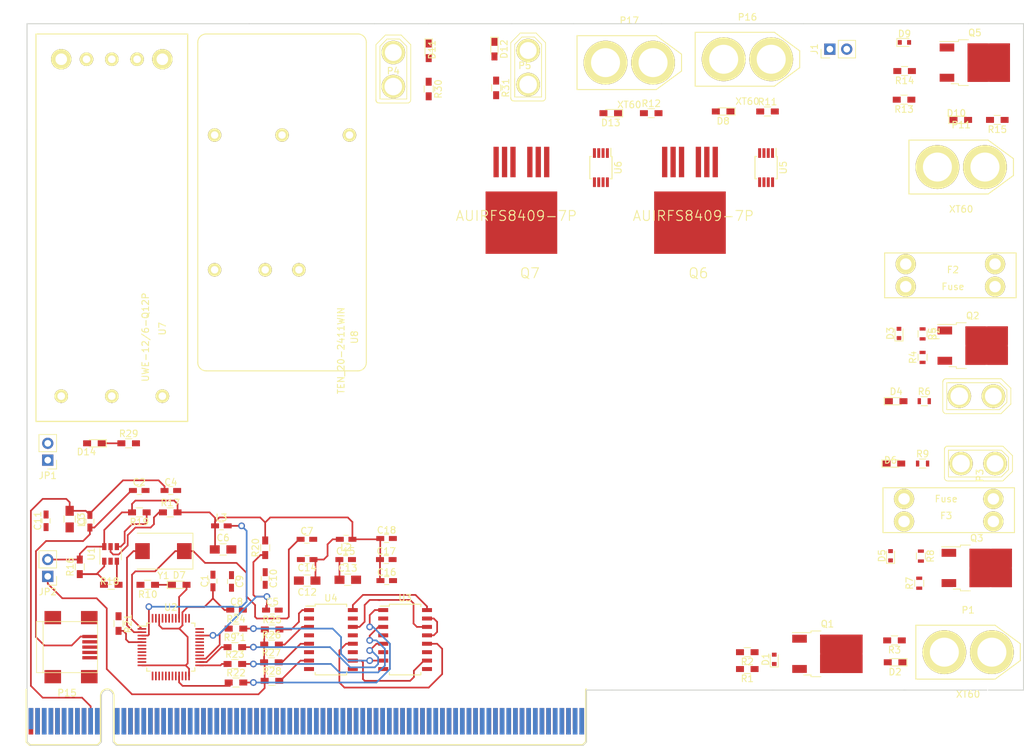
<source format=kicad_pcb>
(kicad_pcb (version 4) (host pcbnew 4.0.7)
  (title_block (title "Power Distributor") (date 2017-04-17) (rev 1.0.1) (company "Zeabus, Kasetsart University"))
  (layers (0 F.Cu signal) (31 B.Cu signal) (34 B.Paste user) (35 F.Paste user) (36 B.SilkS user) (37 F.SilkS user) (38 B.Mask user) (39 F.Mask user) (44 Edge.Cuts user))
  (net 0 "")
  (net 1 GNDD)
  (net 2 +3V3)
  (net 3 "Net-(C2-Pad1)")
  (net 4 VBUS)
  (net 5 "Net-(C5-Pad1)")
  (net 6 "Net-(C7-Pad1)")
  (net 7 "Net-(C9-Pad2)")
  (net 8 "Net-(C10-Pad2)")
  (net 9 "Net-(C11-Pad1)")
  (net 10 "Net-(C12-Pad1)")
  (net 11 "Net-(C13-Pad1)")
  (net 12 +BATT)
  (net 13 GND)
  (net 14 "Net-(CON1-PadA13)")
  (net 15 "Net-(CON1-PadA14)")
  (net 16 "Net-(CON1-PadA16)")
  (net 17 "Net-(CON1-PadA17)")
  (net 18 "Net-(CON1-PadB12)")
  (net 19 /D+)
  (net 20 /D-)
  (net 21 "Net-(CON1-PadB17)")
  (net 22 "Net-(CON1-PadA11)")
  (net 23 "Net-(CON1-PadA1)")
  (net 24 +12V)
  (net 25 GNDREF)
  (net 26 "Net-(CON1-PadA5)")
  (net 27 "Net-(CON1-PadA6)")
  (net 28 "Net-(CON1-PadA7)")
  (net 29 "Net-(CON1-PadA8)")
  (net 30 +5V)
  (net 31 "Net-(CON1-PadB5)")
  (net 32 "Net-(CON1-PadB6)")
  (net 33 "Net-(CON1-PadB9)")
  (net 34 "Net-(CON1-PadB11)")
  (net 35 "Net-(CON1-PadA19)")
  (net 36 "Net-(CON1-PadA20)")
  (net 37 "Net-(CON1-PadA21)")
  (net 38 "Net-(CON1-PadA22)")
  (net 39 "Net-(CON1-PadA23)")
  (net 40 "Net-(CON1-PadA24)")
  (net 41 "Net-(CON1-PadA25)")
  (net 42 "Net-(CON1-PadA26)")
  (net 43 "Net-(CON1-PadA27)")
  (net 44 "Net-(CON1-PadA28)")
  (net 45 "Net-(CON1-PadA29)")
  (net 46 "Net-(CON1-PadA30)")
  (net 47 "Net-(CON1-PadA31)")
  (net 48 "Net-(CON1-PadA32)")
  (net 49 "Net-(CON1-PadB19)")
  (net 50 "Net-(CON1-PadB20)")
  (net 51 "Net-(CON1-PadB21)")
  (net 52 "Net-(CON1-PadB22)")
  (net 53 "Net-(CON1-PadB23)")
  (net 54 "Net-(CON1-PadB24)")
  (net 55 "Net-(CON1-PadB25)")
  (net 56 "Net-(CON1-PadB26)")
  (net 57 "Net-(CON1-PadB27)")
  (net 58 "Net-(CON1-PadB28)")
  (net 59 "Net-(CON1-PadB29)")
  (net 60 "Net-(CON1-PadB30)")
  (net 61 "Net-(CON1-PadB31)")
  (net 62 "Net-(CON1-PadB32)")
  (net 63 "Net-(D1-Pad2)")
  (net 64 "Net-(D2-Pad2)")
  (net 65 "Net-(D3-Pad2)")
  (net 66 "Net-(D4-Pad2)")
  (net 67 "Net-(D5-Pad2)")
  (net 68 "Net-(D6-Pad2)")
  (net 69 "Net-(D8-Pad2)")
  (net 70 "Net-(D9-Pad2)")
  (net 71 "Net-(D10-Pad2)")
  (net 72 "Net-(D11-Pad2)")
  (net 73 "Net-(D12-Pad2)")
  (net 74 "Net-(F2-Pad1)")
  (net 75 "Net-(F2-Pad2)")
  (net 76 "Net-(F3-Pad1)")
  (net 77 "Net-(F3-Pad2)")
  (net 78 /Kill_SW)
  (net 79 "Net-(JP1-Pad2)")
  (net 80 /Power_Controller/D-)
  (net 81 /Power_Controller/D+)
  (net 82 "Net-(P15-Pad4)")
  (net 83 "Net-(Q6-PadG)")
  (net 84 "Net-(Q7-PadG)")
  (net 85 /Power_Controller/SW2_C)
  (net 86 /Power_Controller/SW3_C)
  (net 87 /Power_Controller/SW4_C)
  (net 88 "Net-(R9'1-Pad1)")
  (net 89 "Net-(R9'1-Pad2)")
  (net 90 /Power_Controller/SW1_C)
  (net 91 "Net-(R16-Pad1)")
  (net 92 "Net-(R17-Pad1)")
  (net 93 "Net-(R18-Pad2)")
  (net 94 "Net-(R19-Pad1)")
  (net 95 "Net-(R21-Pad2)")
  (net 96 "Net-(R22-Pad1)")
  (net 97 "Net-(R22-Pad2)")
  (net 98 "Net-(R23-Pad1)")
  (net 99 "Net-(R23-Pad2)")
  (net 100 "Net-(R24-Pad1)")
  (net 101 "Net-(R24-Pad2)")
  (net 102 "Net-(R25-Pad2)")
  (net 103 "Net-(R26-Pad2)")
  (net 104 "Net-(R27-Pad2)")
  (net 105 "Net-(R28-Pad2)")
  (net 106 "Net-(U2-Pad13)")
  (net 107 "Net-(U2-Pad14)")
  (net 108 "Net-(U2-Pad15)")
  (net 109 "Net-(U2-Pad16)")
  (net 110 "Net-(U2-Pad17)")
  (net 111 "Net-(U2-Pad18)")
  (net 112 "Net-(U2-Pad19)")
  (net 113 "Net-(U2-Pad20)")
  (net 114 "Net-(U2-Pad32)")
  (net 115 "Net-(U2-Pad33)")
  (net 116 "Net-(U5-Pad2)")
  (net 117 "Net-(U5-Pad3)")
  (net 118 "Net-(U5-Pad6)")
  (net 119 "Net-(U6-Pad2)")
  (net 120 "Net-(U6-Pad3)")
  (net 121 "Net-(U6-Pad6)")
  (net 122 "Net-(U7-Pad7)")
  (net 123 "Net-(U7-Pad6)")
  (net 124 "Net-(U7-Pad5)")
  (net 125 "Net-(U8-Pad4)")
  (net 126 "Net-(D7-Pad1)")
  (net 127 "Net-(D8-Pad1)")
  (net 128 "Net-(D13-Pad1)")
  (net 129 "Net-(D13-Pad2)")
  (net 130 "Net-(D14-Pad1)")
  (net 131 "Net-(JP2-Pad1)")
  (net 132 "Net-(P1-Pad1)")
  (net 133 "Net-(P11-Pad1)")
  (net 134 "Net-(U2-Pad28)")
  (net 135 "Net-(U2-Pad29)")
  (net 136 "Net-(U2-Pad30)")
  (net 137 "Net-(U2-Pad31)")
  (module zeabus:SO16_4.4x10.3mm_Pitch1.27mm (layer F.Cu) (at 102.362 167.513)
    (fp_text reference U3 (at 0 -6.25) (layer F.SilkS))
    (fp_text value ACPL-247-500E)
    (pad 1 smd rect (at -3.3 -4.445) (size 1.5 0.6) (layers F.Cu F.Paste F.Mask) (net 97 "Net-(R22-Pad2)"))
    (pad 2 smd rect (at -3.3 -3.175) (size 1.5 0.6) (layers F.Cu F.Paste F.Mask) (net 1 GNDD))
    (pad 3 smd rect (at -3.3 -1.905) (size 1.5 0.6) (layers F.Cu F.Paste F.Mask) (net 99 "Net-(R23-Pad2)"))
    (pad 4 smd rect (at -3.3 -0.635) (size 1.5 0.6) (layers F.Cu F.Paste F.Mask) (net 1 GNDD))
    (pad 5 smd rect (at -3.3 0.635) (size 1.5 0.6) (layers F.Cu F.Paste F.Mask) (net 89 "Net-(R9'1-Pad2)"))
    (pad 6 smd rect (at -3.3 1.905) (size 1.5 0.6) (layers F.Cu F.Paste F.Mask) (net 1 GNDD))
    (pad 7 smd rect (at -3.3 3.175) (size 1.5 0.6) (layers F.Cu F.Paste F.Mask) (net 101 "Net-(R24-Pad2)"))
    (pad 8 smd rect (at -3.3 4.445) (size 1.5 0.6) (layers F.Cu F.Paste F.Mask) (net 1 GNDD))
    (pad 9 smd rect (at 3.3 4.445) (size 1.5 0.6) (layers F.Cu F.Paste F.Mask) (net 13 GND))
    (pad 10 smd rect (at 3.3 3.175) (size 1.5 0.6) (layers F.Cu F.Paste F.Mask) (net 87 /Power_Controller/SW4_C))
    (pad 11 smd rect (at 3.3 1.905) (size 1.5 0.6) (layers F.Cu F.Paste F.Mask) (net 13 GND))
    (pad 12 smd rect (at 3.3 0.635) (size 1.5 0.6) (layers F.Cu F.Paste F.Mask) (net 86 /Power_Controller/SW3_C))
    (pad 13 smd rect (at 3.3 -0.635) (size 1.5 0.6) (layers F.Cu F.Paste F.Mask) (net 78 /Kill_SW))
    (pad 14 smd rect (at 3.3 -1.905) (size 1.5 0.6) (layers F.Cu F.Paste F.Mask) (net 85 /Power_Controller/SW2_C))
    (pad 15 smd rect (at 3.3 -3.175) (size 1.5 0.6) (layers F.Cu F.Paste F.Mask) (net 78 /Kill_SW))
    (pad 16 smd rect (at 3.3 -4.445) (size 1.5 0.6) (layers F.Cu F.Paste F.Mask) (net 90 /Power_Controller/SW1_C))
  )
  (module zeabus:SO16_4.4x10.3mm_Pitch1.27mm (layer F.Cu) (at 91.184 167.513)
    (fp_text reference U4 (at 0 -6.25) (layer F.SilkS))
    (fp_text value ACPL-247-500E)
    (pad 1 smd rect (at -3.3 -4.445) (size 1.5 0.6) (layers F.Cu F.Paste F.Mask) (net 102 "Net-(R25-Pad2)"))
    (pad 2 smd rect (at -3.3 -3.175) (size 1.5 0.6) (layers F.Cu F.Paste F.Mask) (net 1 GNDD))
    (pad 3 smd rect (at -3.3 -1.905) (size 1.5 0.6) (layers F.Cu F.Paste F.Mask) (net 103 "Net-(R26-Pad2)"))
    (pad 4 smd rect (at -3.3 -0.635) (size 1.5 0.6) (layers F.Cu F.Paste F.Mask) (net 1 GNDD))
    (pad 5 smd rect (at -3.3 0.635) (size 1.5 0.6) (layers F.Cu F.Paste F.Mask) (net 104 "Net-(R27-Pad2)"))
    (pad 6 smd rect (at -3.3 1.905) (size 1.5 0.6) (layers F.Cu F.Paste F.Mask) (net 1 GNDD))
    (pad 7 smd rect (at -3.3 3.175) (size 1.5 0.6) (layers F.Cu F.Paste F.Mask) (net 105 "Net-(R28-Pad2)"))
    (pad 8 smd rect (at -3.3 4.445) (size 1.5 0.6) (layers F.Cu F.Paste F.Mask) (net 1 GNDD))
    (pad 9 smd rect (at 3.3 4.445) (size 1.5 0.6) (layers F.Cu F.Paste F.Mask) (net 13 GND))
    (pad 10 smd rect (at 3.3 3.175) (size 1.5 0.6) (layers F.Cu F.Paste F.Mask) (net 87 /Power_Controller/SW4_C))
    (pad 11 smd rect (at 3.3 1.905) (size 1.5 0.6) (layers F.Cu F.Paste F.Mask) (net 13 GND))
    (pad 12 smd rect (at 3.3 0.635) (size 1.5 0.6) (layers F.Cu F.Paste F.Mask) (net 86 /Power_Controller/SW3_C))
    (pad 13 smd rect (at 3.3 -0.635) (size 1.5 0.6) (layers F.Cu F.Paste F.Mask) (net 13 GND))
    (pad 14 smd rect (at 3.3 -1.905) (size 1.5 0.6) (layers F.Cu F.Paste F.Mask) (net 85 /Power_Controller/SW2_C))
    (pad 15 smd rect (at 3.3 -3.175) (size 1.5 0.6) (layers F.Cu F.Paste F.Mask) (net 13 GND))
    (pad 16 smd rect (at 3.3 -4.445) (size 1.5 0.6) (layers F.Cu F.Paste F.Mask) (net 90 /Power_Controller/SW1_C))
  )
  (module Resistors_SMD:R_0603_HandSoldering (layer F.Cu) (at 105.918 84.498 270)
    (fp_text reference R30 (at 0 -1.45 270) (layer F.SilkS))
    (fp_text value 1k)
    (pad 1 smd rect (at -1.1 0 270) (size 1.2 0.9) (layers F.Cu F.Paste F.Mask) (net 72 "Net-(D11-Pad2)"))
    (pad 2 smd rect (at 1.1 0 270) (size 1.2 0.9) (layers F.Cu F.Paste F.Mask) (net 24 +12V))
  )
  (module Resistors_SMD:R_0603_HandSoldering (layer F.Cu) (at 116.078 84.328 270)
    (fp_text reference R31 (at 0 -1.45 270) (layer F.SilkS))
    (fp_text value 1k)
    (pad 1 smd rect (at -1.1 0 270) (size 1.2 0.9) (layers F.Cu F.Paste F.Mask) (net 73 "Net-(D12-Pad2)"))
    (pad 2 smd rect (at 1.1 0 270) (size 1.2 0.9) (layers F.Cu F.Paste F.Mask) (net 30 +5V))
  )
  (module Pin_Headers:Pin_Header_Straight_1x02_Pitch2.54mm (layer F.Cu) (at 48.514 140.462 180)
    (fp_text reference JP1 (at 0 -2.33 180) (layer F.SilkS))
    (fp_text value "Main Switch (N.O.)")
    (pad 1 thru_hole rect (at 0 0 180) (size 1.7 1.7) (drill 1) (layers *.Cu *.Mask) (net 13 GND))
    (pad 2 thru_hole oval (at 0 2.54 180) (size 1.7 1.7) (drill 1) (layers *.Cu *.Mask) (net 79 "Net-(JP1-Pad2)"))
  )
  (module LEDs:LED_0603_HandSoldering (layer F.Cu) (at 115.824 78.486 270)
    (fp_text reference D12 (at 0 -1.45 270) (layer F.SilkS))
    (fp_text value Led_Small)
    (pad 1 smd rect (at -1.1 0 270) (size 1.2 0.9) (layers F.Cu F.Paste F.Mask) (net 25 GNDREF))
    (pad 2 smd rect (at 1.1 0 270) (size 1.2 0.9) (layers F.Cu F.Paste F.Mask) (net 73 "Net-(D12-Pad2)"))
  )
  (module zeabus:UWE-xxxx (layer F.Cu) (at 50.546 130.81 90)
    (fp_text reference U7 (at 10.16 15.24 270) (layer F.SilkS))
    (fp_text value UWE-12/6-Q12P (at 8.89 12.7 270) (layer F.SilkS))
    (pad 8 thru_hole circle (at 50.8 0 90) (size 3.048 3.048) (drill 1.7272) (layers *.Cu *.Mask F.SilkS) (net 24 +12V))
    (pad 7 thru_hole circle (at 50.8 3.81 90) (size 2.032 2.032) (drill 1.1176) (layers *.Cu *.Mask F.SilkS) (net 122 "Net-(U7-Pad7)"))
    (pad 6 thru_hole circle (at 50.8 7.62 90) (size 2.032 2.032) (drill 1.1176) (layers *.Cu *.Mask F.SilkS) (net 123 "Net-(U7-Pad6)"))
    (pad 5 thru_hole circle (at 50.8 11.43 90) (size 2.032 2.032) (drill 1.1176) (layers *.Cu *.Mask F.SilkS) (net 124 "Net-(U7-Pad5)"))
    (pad 4 thru_hole circle (at 50.8 15.24 90) (size 3.048 3.048) (drill 1.7272) (layers *.Cu *.Mask F.SilkS) (net 25 GNDREF))
    (pad 3 thru_hole circle (at 0 15.24 90) (size 2.032 2.032) (drill 1.1176) (layers *.Cu *.Mask F.SilkS) (net 13 GND))
    (pad 2 thru_hole circle (at 0 7.62 90) (size 2.032 2.032) (drill 1.1176) (layers *.Cu *.Mask F.SilkS) (net 79 "Net-(JP1-Pad2)"))
    (pad 1 thru_hole circle (at 0 0 90) (size 2.032 2.032) (drill 1.1176) (layers *.Cu *.Mask F.SilkS) (net 12 +BATT))
    (pad 1 thru_hole circle (at 0 0 90) (size 2.032 2.032) (drill 1.1176) (layers *.Cu *.Mask F.SilkS) (net 12 +BATT))
    (pad 2 thru_hole circle (at 0 7.62 90) (size 2.032 2.032) (drill 1.1176) (layers *.Cu *.Mask F.SilkS) (net 79 "Net-(JP1-Pad2)"))
    (pad 3 thru_hole circle (at 0 15.24 90) (size 2.032 2.032) (drill 1.1176) (layers *.Cu *.Mask F.SilkS) (net 13 GND))
    (pad 4 thru_hole circle (at 50.8 15.24 90) (size 3.048 3.048) (drill 1.7272) (layers *.Cu *.Mask F.SilkS) (net 25 GNDREF))
    (pad 5 thru_hole circle (at 50.8 11.43 90) (size 2.032 2.032) (drill 1.1176) (layers *.Cu *.Mask F.SilkS) (net 124 "Net-(U7-Pad5)"))
    (pad 6 thru_hole circle (at 50.8 7.62 90) (size 2.032 2.032) (drill 1.1176) (layers *.Cu *.Mask F.SilkS) (net 123 "Net-(U7-Pad6)"))
    (pad 7 thru_hole circle (at 50.8 3.81 90) (size 2.032 2.032) (drill 1.1176) (layers *.Cu *.Mask F.SilkS) (net 122 "Net-(U7-Pad7)"))
    (pad 8 thru_hole circle (at 50.8 0 90) (size 3.048 3.048) (drill 1.7272) (layers *.Cu *.Mask F.SilkS) (net 24 +12V))
  )
  (module Resistors_SMD:R_0603_HandSoldering (layer F.Cu) (at 63.584 159.258 180)
    (fp_text reference R10 (at 0 -1.45 180) (layer F.SilkS))
    (fp_text value 1k)
    (pad 1 smd rect (at -1.1 0 180) (size 1.2 0.9) (layers F.Cu F.Paste F.Mask) (net 126 "Net-(D7-Pad1)"))
    (pad 2 smd rect (at 1.1 0 180) (size 1.2 0.9) (layers F.Cu F.Paste F.Mask) (net 1 GNDD))
  )
  (module Pin_Headers:Pin_Header_Straight_1x02_Pitch2.54mm (layer F.Cu) (at 166.37 78.486 90)
    (fp_text reference J1 (at 0 -2.33 90) (layer F.SilkS))
    (fp_text value Thruster_Off_Switch)
    (pad 1 thru_hole rect (at 0 0 90) (size 1.7 1.7) (drill 1) (layers *.Cu *.Mask) (net 13 GND))
    (pad 2 thru_hole oval (at 0 2.54 90) (size 1.7 1.7) (drill 1) (layers *.Cu *.Mask) (net 78 /Kill_SW))
  )
  (module LEDs:LED_0603_HandSoldering (layer F.Cu) (at 105.918 78.74 270)
    (fp_text reference D11 (at -0.17 -0.508 270) (layer F.SilkS))
    (fp_text value Led_Small)
    (pad 1 smd rect (at -1.1 0 270) (size 1.2 0.9) (layers F.Cu F.Paste F.Mask) (net 25 GNDREF))
    (pad 2 smd rect (at 1.1 0 270) (size 1.2 0.9) (layers F.Cu F.Paste F.Mask) (net 72 "Net-(D11-Pad2)"))
  )
  (module zeabus:XT30 (layer F.Cu) (at 100.584 81.788)
    (fp_text reference P4 (at 0 0) (layer F.SilkS))
    (fp_text value XT30)
    (pad 2 thru_hole circle (at 0 -2.794) (size 3.556 3.556) (drill 2.54) (layers *.Cu *.Mask F.SilkS) (net 25 GNDREF))
    (pad 1 thru_hole circle (at 0 2.3368) (size 3.556 3.556) (drill 2.6416) (layers *.Cu *.Mask F.SilkS) (net 24 +12V))
  )
  (module zeabus:TEN_20WIN (layer F.Cu) (at 86.36 111.76 90)
    (fp_text reference U8 (at -10.16 8.382 90) (layer F.SilkS))
    (fp_text value TEN_20-2411WIN (at -12.192 6.35 270) (layer F.SilkS))
    (pad 1 thru_hole circle (at 0 0 90) (size 2.032 2.032) (drill 1.1176) (layers *.Cu *.Mask F.SilkS) (net 12 +BATT))
    (pad 2 thru_hole circle (at 0 -5.08 90) (size 2.032 2.032) (drill 1.1176) (layers *.Cu *.Mask F.SilkS) (net 13 GND))
    (pad 3 thru_hole circle (at 20.32 7.62 90) (size 2.032 2.032) (drill 1.1176) (layers *.Cu *.Mask F.SilkS) (net 30 +5V))
    (pad 4 thru_hole circle (at 20.32 -2.54 90) (size 2.032 2.032) (drill 1.1176) (layers *.Cu *.Mask F.SilkS) (net 125 "Net-(U8-Pad4)"))
    (pad 5 thru_hole circle (at 20.32 -12.7 90) (size 2.032 2.032) (drill 1.1176) (layers *.Cu *.Mask F.SilkS) (net 25 GNDREF))
    (pad 6 thru_hole circle (at 0 -12.7 90) (size 2.032 2.032) (drill 1.1176) (layers *.Cu *.Mask F.SilkS) (net 79 "Net-(JP1-Pad2)"))
  )
  (module LEDs:LED_0603_HandSoldering (layer F.Cu) (at 68.326 159.258)
    (fp_text reference D7 (at 0 -1.45) (layer F.SilkS))
    (fp_text value LED_Small)
    (pad 1 smd rect (at -1.1 0) (size 1.2 0.9) (layers F.Cu F.Paste F.Mask) (net 126 "Net-(D7-Pad1)"))
    (pad 2 smd rect (at 1.1 0) (size 1.2 0.9) (layers F.Cu F.Paste F.Mask) (net 4 VBUS))
  )
  (module zeabus:XT30 (layer F.Cu) (at 120.904 81.4832)
    (fp_text reference P5 (at -0.508 -0.508) (layer F.SilkS))
    (fp_text value XT30)
    (pad 2 thru_hole circle (at 0 -2.794) (size 3.556 3.556) (drill 2.54) (layers *.Cu *.Mask F.SilkS) (net 25 GNDREF))
    (pad 1 thru_hole circle (at 0 2.3368) (size 3.556 3.556) (drill 2.6416) (layers *.Cu *.Mask F.SilkS) (net 30 +5V))
  )
  (module Capacitors_SMD:C_0603_HandSoldering (layer F.Cu) (at 73.406 158.684 90)
    (fp_text reference C1 (at 0 -1.25 90) (layer F.SilkS))
    (fp_text value 100nF)
    (pad 1 smd rect (at -0.95 0 90) (size 1.2 0.75) (layers F.Cu F.Paste F.Mask) (net 2 +3V3))
    (pad 2 smd rect (at 0.95 0 90) (size 1.2 0.75) (layers F.Cu F.Paste F.Mask) (net 1 GNDD))
  )
  (module Capacitors_SMD:C_0603_HandSoldering (layer F.Cu) (at 62.296 145.034)
    (fp_text reference C2 (at 0 -1.25) (layer F.SilkS))
    (fp_text value 100nF)
    (pad 1 smd rect (at -0.95 0) (size 1.2 0.75) (layers F.Cu F.Paste F.Mask) (net 3 "Net-(C2-Pad1)"))
    (pad 2 smd rect (at 0.95 0) (size 1.2 0.75) (layers F.Cu F.Paste F.Mask) (net 1 GNDD))
  )
  (module Capacitors_SMD:C_0805_HandSoldering (layer F.Cu) (at 51.816 149.352 270)
    (fp_text reference C3 (at 0 -1.75 270) (layer F.SilkS))
    (fp_text value 4.7uF)
    (pad 1 smd rect (at -1.25 0 270) (size 1.5 1.25) (layers F.Cu F.Paste F.Mask) (net 4 VBUS))
    (pad 2 smd rect (at 1.25 0 270) (size 1.5 1.25) (layers F.Cu F.Paste F.Mask) (net 1 GNDD))
  )
  (module Capacitors_SMD:C_0603_HandSoldering (layer F.Cu) (at 67.062324 145.034)
    (fp_text reference C4 (at 0 -1.25) (layer F.SilkS))
    (fp_text value 100nF)
    (pad 1 smd rect (at -0.95 0) (size 1.2 0.75) (layers F.Cu F.Paste F.Mask) (net 4 VBUS))
    (pad 2 smd rect (at 0.95 0) (size 1.2 0.75) (layers F.Cu F.Paste F.Mask) (net 1 GNDD))
  )
  (module Capacitors_SMD:C_0603_HandSoldering (layer F.Cu) (at 82.362 163.068)
    (fp_text reference C5 (at 0 -1.25) (layer F.SilkS))
    (fp_text value 100nF)
    (pad 1 smd rect (at -0.95 0) (size 1.2 0.75) (layers F.Cu F.Paste F.Mask) (net 5 "Net-(C5-Pad1)"))
    (pad 2 smd rect (at 0.95 0) (size 1.2 0.75) (layers F.Cu F.Paste F.Mask) (net 1 GNDD))
  )
  (module Capacitors_SMD:C_0805_HandSoldering (layer F.Cu) (at 74.93 153.924)
    (fp_text reference C6 (at 0 -1.75) (layer F.SilkS))
    (fp_text value 4.7uF)
    (pad 1 smd rect (at -1.25 0) (size 1.5 1.25) (layers F.Cu F.Paste F.Mask) (net 2 +3V3))
    (pad 2 smd rect (at 1.25 0) (size 1.5 1.25) (layers F.Cu F.Paste F.Mask) (net 1 GNDD))
  )
  (module Capacitors_SMD:C_0603_HandSoldering (layer F.Cu) (at 87.564 152.4)
    (fp_text reference C7 (at 0 -1.25) (layer F.SilkS))
    (fp_text value 27pF)
    (pad 1 smd rect (at -0.95 0) (size 1.2 0.75) (layers F.Cu F.Paste F.Mask) (net 6 "Net-(C7-Pad1)"))
    (pad 2 smd rect (at 0.95 0) (size 1.2 0.75) (layers F.Cu F.Paste F.Mask) (net 1 GNDD))
  )
  (module Capacitors_SMD:C_0603_HandSoldering (layer F.Cu) (at 76.962 163.068)
    (fp_text reference C8 (at 0 -1.25) (layer F.SilkS))
    (fp_text value 100nF)
    (pad 1 smd rect (at -0.95 0) (size 1.2 0.75) (layers F.Cu F.Paste F.Mask) (net 2 +3V3))
    (pad 2 smd rect (at 0.95 0) (size 1.2 0.75) (layers F.Cu F.Paste F.Mask) (net 1 GNDD))
  )
  (module Capacitors_SMD:C_0603_HandSoldering (layer F.Cu) (at 76.2 158.75 270)
    (fp_text reference C9 (at 0 -1.25 270) (layer F.SilkS))
    (fp_text value 100nF)
    (pad 1 smd rect (at -0.95 0 270) (size 1.2 0.75) (layers F.Cu F.Paste F.Mask) (net 1 GNDD))
    (pad 2 smd rect (at 0.95 0 270) (size 1.2 0.75) (layers F.Cu F.Paste F.Mask) (net 7 "Net-(C9-Pad2)"))
  )
  (module Capacitors_SMD:C_0603_HandSoldering (layer F.Cu) (at 81.28 158.308 270)
    (fp_text reference C10 (at 0 -1.25 270) (layer F.SilkS))
    (fp_text value 100nF)
    (pad 1 smd rect (at -0.95 0 270) (size 1.2 0.75) (layers F.Cu F.Paste F.Mask) (net 1 GNDD))
    (pad 2 smd rect (at 0.95 0 270) (size 1.2 0.75) (layers F.Cu F.Paste F.Mask) (net 8 "Net-(C10-Pad2)"))
  )
  (module Capacitors_SMD:C_0603_HandSoldering (layer F.Cu) (at 48.26 149.606 90)
    (fp_text reference C11 (at 0 -1.25 90) (layer F.SilkS))
    (fp_text value 27pF)
    (pad 1 smd rect (at -0.95 0 90) (size 1.2 0.75) (layers F.Cu F.Paste F.Mask) (net 9 "Net-(C11-Pad1)"))
    (pad 2 smd rect (at 0.95 0 90) (size 1.2 0.75) (layers F.Cu F.Paste F.Mask) (net 1 GNDD))
  )
  (module Capacitors_SMD:C_0805_HandSoldering (layer F.Cu) (at 87.6046 158.623 180)
    (fp_text reference C12 (at 0 -1.75 180) (layer F.SilkS))
    (fp_text value 4.7uF)
    (pad 1 smd rect (at -1.25 0 180) (size 1.5 1.25) (layers F.Cu F.Paste F.Mask) (net 10 "Net-(C12-Pad1)"))
    (pad 2 smd rect (at 1.25 0 180) (size 1.5 1.25) (layers F.Cu F.Paste F.Mask) (net 1 GNDD))
  )
  (module Capacitors_SMD:C_0805_HandSoldering (layer F.Cu) (at 93.726 158.496)
    (fp_text reference C13 (at 0 -1.75) (layer F.SilkS))
    (fp_text value 4.7uF)
    (pad 1 smd rect (at -1.25 0) (size 1.5 1.25) (layers F.Cu F.Paste F.Mask) (net 11 "Net-(C13-Pad1)"))
    (pad 2 smd rect (at 1.25 0) (size 1.5 1.25) (layers F.Cu F.Paste F.Mask) (net 1 GNDD))
  )
  (module Capacitors_SMD:C_0603_HandSoldering (layer F.Cu) (at 87.6046 155.448 180)
    (fp_text reference C14 (at 0 -1.25 180) (layer F.SilkS))
    (fp_text value 100nF)
    (pad 1 smd rect (at -0.95 0 180) (size 1.2 0.75) (layers F.Cu F.Paste F.Mask) (net 10 "Net-(C12-Pad1)"))
    (pad 2 smd rect (at 0.95 0 180) (size 1.2 0.75) (layers F.Cu F.Paste F.Mask) (net 1 GNDD))
  )
  (module Capacitors_SMD:C_0603_HandSoldering (layer F.Cu) (at 93.406 155.448)
    (fp_text reference C15 (at 0 -1.25) (layer F.SilkS))
    (fp_text value 100nF)
    (pad 1 smd rect (at -0.95 0) (size 1.2 0.75) (layers F.Cu F.Paste F.Mask) (net 11 "Net-(C13-Pad1)"))
    (pad 2 smd rect (at 0.95 0) (size 1.2 0.75) (layers F.Cu F.Paste F.Mask) (net 1 GNDD))
  )
  (module Capacitors_SMD:C_0603_HandSoldering (layer F.Cu) (at 99.5934 158.623)
    (fp_text reference C16 (at 0 -1.25) (layer F.SilkS))
    (fp_text value 100nF)
    (pad 1 smd rect (at -0.95 0) (size 1.2 0.75) (layers F.Cu F.Paste F.Mask) (net 2 +3V3))
    (pad 2 smd rect (at 0.95 0) (size 1.2 0.75) (layers F.Cu F.Paste F.Mask) (net 1 GNDD))
  )
  (module Capacitors_SMD:C_0603_HandSoldering (layer F.Cu) (at 99.5274 155.448)
    (fp_text reference C17 (at 0 -1.25) (layer F.SilkS))
    (fp_text value 100nF)
    (pad 1 smd rect (at -0.95 0) (size 1.2 0.75) (layers F.Cu F.Paste F.Mask) (net 2 +3V3))
    (pad 2 smd rect (at 0.95 0) (size 1.2 0.75) (layers F.Cu F.Paste F.Mask) (net 1 GNDD))
  )
  (module Capacitors_SMD:C_0603_HandSoldering (layer F.Cu) (at 99.568 152.273)
    (fp_text reference C18 (at 0 -1.25) (layer F.SilkS))
    (fp_text value 100nF)
    (pad 1 smd rect (at -0.95 0) (size 1.2 0.75) (layers F.Cu F.Paste F.Mask) (net 2 +3V3))
    (pad 2 smd rect (at 0.95 0) (size 1.2 0.75) (layers F.Cu F.Paste F.Mask) (net 1 GNDD))
  )
  (module zeabus:pcie-x16-edge (layer F.Cu) (at 57.4802 179.23256)
    (fp_text reference CON1 hide)
    (fp_text value Conn-PCIE-x16 hide)
    (pad A12 smd rect (at 1.50114 0.59944) (size 0.70104 4.0005) (layers B.Cu F.Paste F.Mask) (net 25 GNDREF))
    (pad A13 smd rect (at 2.49936 0.59944) (size 0.70104 4.0005) (layers B.Cu F.Paste F.Mask) (net 14 "Net-(CON1-PadA13)"))
    (pad A14 smd rect (at 3.50012 0.59944) (size 0.70104 4.0005) (layers B.Cu F.Paste F.Mask) (net 15 "Net-(CON1-PadA14)"))
    (pad A15 smd rect (at 4.50088 0.59944) (size 0.70104 4.0005) (layers B.Cu F.Paste F.Mask) (net 25 GNDREF))
    (pad A16 smd rect (at 5.4991 0.59944) (size 0.70104 4.0005) (layers B.Cu F.Paste F.Mask) (net 16 "Net-(CON1-PadA16)"))
    (pad A17 smd rect (at 6.49986 0.59944) (size 0.70104 4.0005) (layers B.Cu F.Paste F.Mask) (net 17 "Net-(CON1-PadA17)"))
    (pad A18 smd rect (at 7.50062 0.59944) (size 0.70104 4.0005) (layers B.Cu F.Paste F.Mask) (net 25 GNDREF))
    (pad B12 smd rect (at 1.50114 0.59944) (size 0.70104 4.0005) (layers F.Cu F.Paste F.Mask) (net 18 "Net-(CON1-PadB12)"))
    (pad B13 smd rect (at 2.49936 0.59944) (size 0.70104 4.0005) (layers F.Cu F.Paste F.Mask) (net 25 GNDREF))
    (pad B14 smd rect (at 3.50012 0.59944) (size 0.70104 4.0005) (layers F.Cu F.Paste F.Mask) (net 19 /D+))
    (pad B15 smd rect (at 4.50088 0.59944) (size 0.70104 4.0005) (layers F.Cu F.Paste F.Mask) (net 20 /D-))
    (pad B16 smd rect (at 5.4991 0.59944) (size 0.70104 4.0005) (layers F.Cu F.Paste F.Mask) (net 1 GNDD))
    (pad B17 smd rect (at 6.49986 0.59944) (size 0.70104 4.0005) (layers F.Cu F.Paste F.Mask) (net 21 "Net-(CON1-PadB17)"))
    (pad B18 smd rect (at 7.50062 0.59944) (size 0.70104 4.0005) (layers F.Cu F.Paste F.Mask) (net 25 GNDREF))
    (pad A11 smd rect (at -1.50114 0.59944) (size 0.70104 4.0005) (layers B.Cu F.Paste F.Mask) (net 22 "Net-(CON1-PadA11)"))
    (pad A1 smd rect (at -11.50112 0.20066) (size 0.70104 3.2004) (layers B.Cu F.Paste F.Mask) (net 23 "Net-(CON1-PadA1)"))
    (pad A2 smd rect (at -10.50036 0.59944) (size 0.70104 4.0005) (layers B.Cu F.Paste F.Mask) (net 24 +12V))
    (pad A3 smd rect (at -9.4996 0.59944) (size 0.70104 4.0005) (layers B.Cu F.Paste F.Mask) (net 12 +BATT))
    (pad A4 smd rect (at -8.49884 0.59944) (size 0.70104 4.0005) (layers B.Cu F.Paste F.Mask) (net 25 GNDREF))
    (pad A5 smd rect (at -7.50062 0.59944) (size 0.70104 4.0005) (layers B.Cu F.Paste F.Mask) (net 26 "Net-(CON1-PadA5)"))
    (pad A6 smd rect (at -6.49986 0.59944) (size 0.70104 4.0005) (layers B.Cu F.Paste F.Mask) (net 27 "Net-(CON1-PadA6)"))
    (pad A7 smd rect (at -5.4991 0.59944) (size 0.70104 4.0005) (layers B.Cu F.Paste F.Mask) (net 28 "Net-(CON1-PadA7)"))
    (pad A8 smd rect (at -4.50088 0.59944) (size 0.70104 4.0005) (layers B.Cu F.Paste F.Mask) (net 29 "Net-(CON1-PadA8)"))
    (pad A9 smd rect (at -3.50012 0.59944) (size 0.70104 4.0005) (layers B.Cu F.Paste F.Mask) (net 30 +5V))
    (pad A10 smd rect (at -2.49936 0.59944) (size 0.70104 4.0005) (layers B.Cu F.Paste F.Mask) (net 30 +5V))
    (pad B1 smd rect (at -11.50112 0.59944) (size 0.70104 4.0005) (layers F.Cu F.Paste F.Mask) (net 24 +12V))
    (pad B2 smd rect (at -10.50036 0.59944) (size 0.70104 4.0005) (layers F.Cu F.Paste F.Mask) (net 24 +12V))
    (pad B3 smd rect (at -9.4996 0.59944) (size 0.70104 4.0005) (layers F.Cu F.Paste F.Mask) (net 24 +12V))
    (pad B4 smd rect (at -8.49884 0.59944) (size 0.70104 4.0005) (layers F.Cu F.Paste F.Mask) (net 25 GNDREF))
    (pad B5 smd rect (at -7.50062 0.59944) (size 0.70104 4.0005) (layers F.Cu F.Paste F.Mask) (net 31 "Net-(CON1-PadB5)"))
    (pad B6 smd rect (at -6.49986 0.59944) (size 0.70104 4.0005) (layers F.Cu F.Paste F.Mask) (net 32 "Net-(CON1-PadB6)"))
    (pad B7 smd rect (at -5.4991 0.59944) (size 0.70104 4.0005) (layers F.Cu F.Paste F.Mask) (net 13 GND))
    (pad B8 smd rect (at -4.50088 0.59944) (size 0.70104 4.0005) (layers F.Cu F.Paste F.Mask) (net 30 +5V))
    (pad B9 smd rect (at -3.50012 0.59944) (size 0.70104 4.0005) (layers F.Cu F.Paste F.Mask) (net 33 "Net-(CON1-PadB9)"))
    (pad B10 smd rect (at -2.49936 0.59944) (size 0.70104 4.0005) (layers F.Cu F.Paste F.Mask) (net 4 VBUS))
    (pad B11 smd rect (at -1.50114 0.59944) (size 0.70104 4.0005) (layers F.Cu F.Paste F.Mask) (net 34 "Net-(CON1-PadB11)"))
    (pad A19 smd rect (at 8.49884 0.59944) (size 0.70104 4.0005) (layers B.Cu F.Paste F.Mask) (net 35 "Net-(CON1-PadA19)"))
    (pad A20 smd rect (at 9.4996 0.59944) (size 0.70104 4.0005) (layers B.Cu F.Paste F.Mask) (net 36 "Net-(CON1-PadA20)"))
    (pad A21 smd rect (at 10.50036 0.59944) (size 0.70104 4.0005) (layers B.Cu F.Paste F.Mask) (net 37 "Net-(CON1-PadA21)"))
    (pad A22 smd rect (at 11.50112 0.59944) (size 0.70104 4.0005) (layers B.Cu F.Paste F.Mask) (net 38 "Net-(CON1-PadA22)"))
    (pad A23 smd rect (at 12.49934 0.59944) (size 0.70104 4.0005) (layers B.Cu F.Paste F.Mask) (net 39 "Net-(CON1-PadA23)"))
    (pad A24 smd rect (at 13.5001 0.59944) (size 0.70104 4.0005) (layers B.Cu F.Paste F.Mask) (net 40 "Net-(CON1-PadA24)"))
    (pad A25 smd rect (at 14.50086 0.59944) (size 0.70104 4.0005) (layers B.Cu F.Paste F.Mask) (net 41 "Net-(CON1-PadA25)"))
    (pad A26 smd rect (at 15.49908 0.59944) (size 0.70104 4.0005) (layers B.Cu F.Paste F.Mask) (net 42 "Net-(CON1-PadA26)"))
    (pad A27 smd rect (at 16.49984 0.59944) (size 0.70104 4.0005) (layers B.Cu F.Paste F.Mask) (net 43 "Net-(CON1-PadA27)"))
    (pad A28 smd rect (at 17.5006 0.59944) (size 0.70104 4.0005) (layers B.Cu F.Paste F.Mask) (net 44 "Net-(CON1-PadA28)"))
    (pad A29 smd rect (at 18.49882 0.59944) (size 0.70104 4.0005) (layers B.Cu F.Paste F.Mask) (net 45 "Net-(CON1-PadA29)"))
    (pad A30 smd rect (at 19.49958 0.59944) (size 0.70104 4.0005) (layers B.Cu F.Paste F.Mask) (net 46 "Net-(CON1-PadA30)"))
    (pad A31 smd rect (at 20.50034 0.59944) (size 0.70104 4.0005) (layers B.Cu F.Paste F.Mask) (net 47 "Net-(CON1-PadA31)"))
    (pad A32 smd rect (at 21.5011 0.59944) (size 0.70104 4.0005) (layers B.Cu F.Paste F.Mask) (net 48 "Net-(CON1-PadA32)"))
    (pad B19 smd rect (at 8.49884 0.59944) (size 0.70104 4.0005) (layers F.Cu F.Paste F.Mask) (net 49 "Net-(CON1-PadB19)"))
    (pad B20 smd rect (at 9.4996 0.59944) (size 0.70104 4.0005) (layers F.Cu F.Paste F.Mask) (net 50 "Net-(CON1-PadB20)"))
    (pad B21 smd rect (at 10.50036 0.59944) (size 0.70104 4.0005) (layers F.Cu F.Paste F.Mask) (net 51 "Net-(CON1-PadB21)"))
    (pad B22 smd rect (at 11.50112 0.59944) (size 0.70104 4.0005) (layers F.Cu F.Paste F.Mask) (net 52 "Net-(CON1-PadB22)"))
    (pad B23 smd rect (at 12.49934 0.59944) (size 0.70104 4.0005) (layers F.Cu F.Paste F.Mask) (net 53 "Net-(CON1-PadB23)"))
    (pad B24 smd rect (at 13.5001 0.59944) (size 0.70104 4.0005) (layers F.Cu F.Paste F.Mask) (net 54 "Net-(CON1-PadB24)"))
    (pad B25 smd rect (at 14.50086 0.59944) (size 0.70104 4.0005) (layers F.Cu F.Paste F.Mask) (net 55 "Net-(CON1-PadB25)"))
    (pad B26 smd rect (at 15.49908 0.59944) (size 0.70104 4.0005) (layers F.Cu F.Paste F.Mask) (net 56 "Net-(CON1-PadB26)"))
    (pad B27 smd rect (at 16.49984 0.59944) (size 0.70104 4.0005) (layers F.Cu F.Paste F.Mask) (net 57 "Net-(CON1-PadB27)"))
    (pad B28 smd rect (at 17.5006 0.59944) (size 0.70104 4.0005) (layers F.Cu F.Paste F.Mask) (net 58 "Net-(CON1-PadB28)"))
    (pad B29 smd rect (at 18.49882 0.59944) (size 0.70104 4.0005) (layers F.Cu F.Paste F.Mask) (net 59 "Net-(CON1-PadB29)"))
    (pad B30 smd rect (at 19.49958 0.59944) (size 0.70104 4.0005) (layers F.Cu F.Paste F.Mask) (net 60 "Net-(CON1-PadB30)"))
    (pad B31 smd rect (at 20.50034 0.59944) (size 0.70104 4.0005) (layers F.Cu F.Paste F.Mask) (net 61 "Net-(CON1-PadB31)"))
    (pad B32 smd rect (at 21.5011 0.59944) (size 0.70104 4.0005) (layers F.Cu F.Paste F.Mask) (net 62 "Net-(CON1-PadB32)"))
    (pad B33 smd rect (at 22.49932 0.59944) (size 0.70104 4.0005) (layers F.Cu F.Paste F.Mask))
    (pad B34 smd rect (at 23.50008 0.59944) (size 0.70104 4.0005) (layers F.Cu F.Paste F.Mask))
    (pad B35 smd rect (at 24.50084 0.59944) (size 0.70104 4.0005) (layers F.Cu F.Paste F.Mask))
    (pad B36 smd rect (at 25.49906 0.59944) (size 0.70104 4.0005) (layers F.Cu F.Paste F.Mask))
    (pad B37 smd rect (at 26.49982 0.59944) (size 0.70104 4.0005) (layers F.Cu F.Paste F.Mask))
    (pad B38 smd rect (at 27.50058 0.59944) (size 0.70104 4.0005) (layers F.Cu F.Paste F.Mask))
    (pad B39 smd rect (at 28.4988 0.59944) (size 0.70104 4.0005) (layers F.Cu F.Paste F.Mask))
    (pad B40 smd rect (at 29.49956 0.59944) (size 0.70104 4.0005) (layers F.Cu F.Paste F.Mask))
    (pad B41 smd rect (at 30.50032 0.59944) (size 0.70104 4.0005) (layers F.Cu F.Paste F.Mask))
    (pad B42 smd rect (at 31.50108 0.59944) (size 0.70104 4.0005) (layers F.Cu F.Paste F.Mask))
    (pad B43 smd rect (at 32.4993 0.59944) (size 0.70104 4.0005) (layers F.Cu F.Paste F.Mask))
    (pad B44 smd rect (at 33.50006 0.59944) (size 0.70104 4.0005) (layers F.Cu F.Paste F.Mask))
    (pad B45 smd rect (at 34.50082 0.59944) (size 0.70104 4.0005) (layers F.Cu F.Paste F.Mask))
    (pad B46 smd rect (at 35.49904 0.59944) (size 0.70104 4.0005) (layers F.Cu F.Paste F.Mask))
    (pad B47 smd rect (at 36.4998 0.59944) (size 0.70104 4.0005) (layers F.Cu F.Paste F.Mask))
    (pad B48 smd rect (at 37.50056 0.59944) (size 0.70104 4.0005) (layers F.Cu F.Paste F.Mask))
    (pad B49 smd rect (at 38.49878 0.59944) (size 0.70104 4.0005) (layers F.Cu F.Paste F.Mask))
    (pad A33 smd rect (at 22.49932 0.59944) (size 0.70104 4.0005) (layers B.Cu F.Paste F.Mask))
    (pad A34 smd rect (at 23.50008 0.59944) (size 0.70104 4.0005) (layers B.Cu F.Paste F.Mask))
    (pad A35 smd rect (at 24.50084 0.59944) (size 0.70104 4.0005) (layers B.Cu F.Paste F.Mask))
    (pad A36 smd rect (at 25.49906 0.59944) (size 0.70104 4.0005) (layers B.Cu F.Paste F.Mask))
    (pad A37 smd rect (at 26.49982 0.59944) (size 0.70104 4.0005) (layers B.Cu F.Paste F.Mask))
    (pad A38 smd rect (at 27.50058 0.59944) (size 0.70104 4.0005) (layers B.Cu F.Paste F.Mask))
    (pad A39 smd rect (at 28.4988 0.59944) (size 0.70104 4.0005) (layers B.Cu F.Paste F.Mask))
    (pad A40 smd rect (at 29.49956 0.59944) (size 0.70104 4.0005) (layers B.Cu F.Paste F.Mask))
    (pad A41 smd rect (at 30.50032 0.59944) (size 0.70104 4.0005) (layers B.Cu F.Paste F.Mask))
    (pad A42 smd rect (at 31.50108 0.59944) (size 0.70104 4.0005) (layers B.Cu F.Paste F.Mask))
    (pad A43 smd rect (at 32.4993 0.59944) (size 0.70104 4.0005) (layers B.Cu F.Paste F.Mask))
    (pad A44 smd rect (at 33.50006 0.59944) (size 0.70104 4.0005) (layers B.Cu F.Paste F.Mask))
    (pad A45 smd rect (at 34.50082 0.59944) (size 0.70104 4.0005) (layers B.Cu F.Paste F.Mask))
    (pad A46 smd rect (at 35.49904 0.59944) (size 0.70104 4.0005) (layers B.Cu F.Paste F.Mask))
    (pad A47 smd rect (at 36.4998 0.59944) (size 0.70104 4.0005) (layers B.Cu F.Paste F.Mask))
    (pad A48 smd rect (at 37.50056 0.59944) (size 0.70104 4.0005) (layers B.Cu F.Paste F.Mask))
    (pad A49 smd rect (at 38.49878 0.59944) (size 0.70104 4.0005) (layers B.Cu F.Paste F.Mask))
    (pad A50 smd rect (at 39.49954 0.59944) (size 0.70104 4.0005) (layers B.Cu F.Paste F.Mask))
    (pad A51 smd rect (at 40.5003 0.59944) (size 0.70104 4.0005) (layers B.Cu F.Paste F.Mask))
    (pad A52 smd rect (at 41.50106 0.59944) (size 0.70104 4.0005) (layers B.Cu F.Paste F.Mask))
    (pad A53 smd rect (at 42.49928 0.59944) (size 0.70104 4.0005) (layers B.Cu F.Paste F.Mask))
    (pad A54 smd rect (at 43.50004 0.59944) (size 0.70104 4.0005) (layers B.Cu F.Paste F.Mask))
    (pad A55 smd rect (at 44.5008 0.59944) (size 0.70104 4.0005) (layers B.Cu F.Paste F.Mask))
    (pad A56 smd rect (at 45.49902 0.59944) (size 0.70104 4.0005) (layers B.Cu F.Paste F.Mask))
    (pad A57 smd rect (at 46.49978 0.59944) (size 0.70104 4.0005) (layers B.Cu F.Paste F.Mask))
    (pad A58 smd rect (at 47.50054 0.59944) (size 0.70104 4.0005) (layers B.Cu F.Paste F.Mask))
    (pad A59 smd rect (at 48.49876 0.59944) (size 0.70104 4.0005) (layers B.Cu F.Paste F.Mask))
    (pad A60 smd rect (at 49.49952 0.59944) (size 0.70104 4.0005) (layers B.Cu F.Paste F.Mask))
    (pad A61 smd rect (at 50.50028 0.59944) (size 0.70104 4.0005) (layers B.Cu F.Paste F.Mask))
    (pad A62 smd rect (at 51.50104 0.59944) (size 0.70104 4.0005) (layers B.Cu F.Paste F.Mask))
    (pad A63 smd rect (at 52.49926 0.59944) (size 0.70104 4.0005) (layers B.Cu F.Paste F.Mask))
    (pad A64 smd rect (at 53.50002 0.59944) (size 0.70104 4.0005) (layers B.Cu F.Paste F.Mask))
    (pad A65 smd rect (at 54.50078 0.59944) (size 0.70104 4.0005) (layers B.Cu F.Paste F.Mask))
    (pad A66 smd rect (at 55.499 0.59944) (size 0.70104 4.0005) (layers B.Cu F.Paste F.Mask))
    (pad A67 smd rect (at 56.49976 0.59944) (size 0.70104 4.0005) (layers B.Cu F.Paste F.Mask))
    (pad A68 smd rect (at 57.50052 0.59944) (size 0.70104 4.0005) (layers B.Cu F.Paste F.Mask))
    (pad A69 smd rect (at 58.49874 0.59944) (size 0.70104 4.0005) (layers B.Cu F.Paste F.Mask))
    (pad A70 smd rect (at 59.4995 0.59944) (size 0.70104 4.0005) (layers B.Cu F.Paste F.Mask))
    (pad A71 smd rect (at 60.50026 0.59944) (size 0.70104 4.0005) (layers B.Cu F.Paste F.Mask))
    (pad A72 smd rect (at 61.50102 0.59944) (size 0.70104 4.0005) (layers B.Cu F.Paste F.Mask))
    (pad A73 smd rect (at 62.49924 0.59944) (size 0.70104 4.0005) (layers B.Cu F.Paste F.Mask))
    (pad A74 smd rect (at 63.5 0.59944) (size 0.70104 4.0005) (layers B.Cu F.Paste F.Mask))
    (pad A75 smd rect (at 64.50076 0.59944) (size 0.70104 4.0005) (layers B.Cu F.Paste F.Mask))
    (pad A76 smd rect (at 65.49898 0.59944) (size 0.70104 4.0005) (layers B.Cu F.Paste F.Mask))
    (pad A77 smd rect (at 66.49974 0.59944) (size 0.70104 4.0005) (layers B.Cu F.Paste F.Mask))
    (pad A78 smd rect (at 67.5005 0.59944) (size 0.70104 4.0005) (layers B.Cu F.Paste F.Mask))
    (pad A79 smd rect (at 68.50126 0.59944) (size 0.70104 4.0005) (layers B.Cu F.Paste F.Mask))
    (pad A80 smd rect (at 69.49948 0.59944) (size 0.70104 4.0005) (layers B.Cu F.Paste F.Mask))
    (pad A81 smd rect (at 70.50024 0.59944) (size 0.70104 4.0005) (layers B.Cu F.Paste F.Mask))
    (pad A82 smd rect (at 71.501 0.59944) (size 0.70104 4.0005) (layers B.Cu F.Paste F.Mask))
    (pad B50 smd rect (at 39.49954 0.59944) (size 0.70104 4.0005) (layers F.Cu F.Paste F.Mask))
    (pad B51 smd rect (at 40.5003 0.59944) (size 0.70104 4.0005) (layers F.Cu F.Paste F.Mask))
    (pad B52 smd rect (at 41.50106 0.59944) (size 0.70104 4.0005) (layers F.Cu F.Paste F.Mask))
    (pad B53 smd rect (at 42.49928 0.59944) (size 0.70104 4.0005) (layers F.Cu F.Paste F.Mask))
    (pad B54 smd rect (at 43.50004 0.59944) (size 0.70104 4.0005) (layers F.Cu F.Paste F.Mask))
    (pad B55 smd rect (at 44.5008 0.59944) (size 0.70104 4.0005) (layers F.Cu F.Paste F.Mask))
    (pad B56 smd rect (at 45.49902 0.59944) (size 0.70104 4.0005) (layers F.Cu F.Paste F.Mask))
    (pad B57 smd rect (at 46.49978 0.59944) (size 0.70104 4.0005) (layers F.Cu F.Paste F.Mask))
    (pad B58 smd rect (at 47.50054 0.59944) (size 0.70104 4.0005) (layers F.Cu F.Paste F.Mask))
    (pad B59 smd rect (at 48.49876 0.59944) (size 0.70104 4.0005) (layers F.Cu F.Paste F.Mask))
    (pad B60 smd rect (at 49.49952 0.59944) (size 0.70104 4.0005) (layers F.Cu F.Paste F.Mask))
    (pad B61 smd rect (at 50.50028 0.59944) (size 0.70104 4.0005) (layers F.Cu F.Paste F.Mask))
    (pad B62 smd rect (at 51.50104 0.59944) (size 0.70104 4.0005) (layers F.Cu F.Paste F.Mask))
    (pad B63 smd rect (at 52.49926 0.59944) (size 0.70104 4.0005) (layers F.Cu F.Paste F.Mask))
    (pad B64 smd rect (at 53.50002 0.59944) (size 0.70104 4.0005) (layers F.Cu F.Paste F.Mask))
    (pad B65 smd rect (at 54.50078 0.59944) (size 0.70104 4.0005) (layers F.Cu F.Paste F.Mask))
    (pad B66 smd rect (at 55.499 0.59944) (size 0.70104 4.0005) (layers F.Cu F.Paste F.Mask))
    (pad B67 smd rect (at 56.49976 0.59944) (size 0.70104 4.0005) (layers F.Cu F.Paste F.Mask))
    (pad B68 smd rect (at 57.50052 0.59944) (size 0.70104 4.0005) (layers F.Cu F.Paste F.Mask))
    (pad B69 smd rect (at 58.49874 0.59944) (size 0.70104 4.0005) (layers F.Cu F.Paste F.Mask))
    (pad B70 smd rect (at 59.4995 0.59944) (size 0.70104 4.0005) (layers F.Cu F.Paste F.Mask))
    (pad B71 smd rect (at 60.50026 0.59944) (size 0.70104 4.0005) (layers F.Cu F.Paste F.Mask))
    (pad B72 smd rect (at 61.50102 0.59944) (size 0.70104 4.0005) (layers F.Cu F.Paste F.Mask))
    (pad B73 smd rect (at 62.49924 0.59944) (size 0.70104 4.0005) (layers F.Cu F.Paste F.Mask))
    (pad B74 smd rect (at 63.5 0.59944) (size 0.70104 4.0005) (layers F.Cu F.Paste F.Mask))
    (pad B75 smd rect (at 64.50076 0.59944) (size 0.70104 4.0005) (layers F.Cu F.Paste F.Mask))
    (pad B76 smd rect (at 65.49898 0.59944) (size 0.70104 4.0005) (layers F.Cu F.Paste F.Mask))
    (pad B77 smd rect (at 66.49974 0.59944) (size 0.70104 4.0005) (layers F.Cu F.Paste F.Mask))
    (pad B78 smd rect (at 67.5005 0.59944) (size 0.70104 4.0005) (layers F.Cu F.Paste F.Mask))
    (pad B79 smd rect (at 68.50126 0.59944) (size 0.70104 4.0005) (layers F.Cu F.Paste F.Mask))
    (pad B80 smd rect (at 69.49948 0.59944) (size 0.70104 4.0005) (layers F.Cu F.Paste F.Mask))
    (pad B81 smd rect (at 70.50024 0.20066) (size 0.70104 3.2004) (layers F.Cu F.Paste F.Mask))
    (pad B82 smd rect (at 71.501 0.59944) (size 0.70104 4.0005) (layers F.Cu F.Paste F.Mask))
  )
  (module Diodes_SMD:D_SOD-523 (layer F.Cu) (at 157.988 170.496 90)
    (fp_text reference D1 (at 0 -1.3 90) (layer F.SilkS))
    (fp_text value BZX585-C12)
    (pad 2 smd rect (at 0.7 0 270) (size 0.6 0.7) (layers F.Cu F.Paste F.Mask) (net 63 "Net-(D1-Pad2)"))
    (pad 1 smd rect (at -0.7 0 270) (size 0.6 0.7) (layers F.Cu F.Paste F.Mask) (net 12 +BATT))
  )
  (module LEDs:LED_0603_HandSoldering (layer F.Cu) (at 176.192 170.942 180)
    (fp_text reference D2 (at 0 -1.45 180) (layer F.SilkS))
    (fp_text value LED_Small)
    (pad 1 smd rect (at -1.1 0 180) (size 1.2 0.9) (layers F.Cu F.Paste F.Mask) (net 13 GND))
    (pad 2 smd rect (at 1.1 0 180) (size 1.2 0.9) (layers F.Cu F.Paste F.Mask) (net 64 "Net-(D2-Pad2)"))
  )
  (module Diodes_SMD:D_SOD-523 (layer F.Cu) (at 176.784 121.35 90)
    (fp_text reference D3 (at 0 -1.3 90) (layer F.SilkS))
    (fp_text value BZX585-C12)
    (pad 2 smd rect (at 0.7 0 270) (size 0.6 0.7) (layers F.Cu F.Paste F.Mask) (net 65 "Net-(D3-Pad2)"))
    (pad 1 smd rect (at -0.7 0 270) (size 0.6 0.7) (layers F.Cu F.Paste F.Mask) (net 12 +BATT))
  )
  (module LEDs:LED_0603_HandSoldering (layer F.Cu) (at 176.36 131.572)
    (fp_text reference D4 (at 0 -1.45) (layer F.SilkS))
    (fp_text value LED_Small)
    (pad 1 smd rect (at -1.1 0) (size 1.2 0.9) (layers F.Cu F.Paste F.Mask) (net 13 GND))
    (pad 2 smd rect (at 1.1 0) (size 1.2 0.9) (layers F.Cu F.Paste F.Mask) (net 66 "Net-(D4-Pad2)"))
  )
  (module Diodes_SMD:D_SOD-523 (layer F.Cu) (at 175.514 154.878 90)
    (fp_text reference D5 (at 0 -1.3 90) (layer F.SilkS))
    (fp_text value BZX585-C12)
    (pad 2 smd rect (at 0.7 0 270) (size 0.6 0.7) (layers F.Cu F.Paste F.Mask) (net 67 "Net-(D5-Pad2)"))
    (pad 1 smd rect (at -0.7 0 270) (size 0.6 0.7) (layers F.Cu F.Paste F.Mask) (net 12 +BATT))
  )
  (module LEDs:LED_0603_HandSoldering (layer F.Cu) (at 176.022 140.97)
    (fp_text reference D6 (at -0.508 -0.508) (layer F.SilkS))
    (fp_text value LED_Small)
    (pad 1 smd rect (at -1.1 0) (size 1.2 0.9) (layers F.Cu F.Paste F.Mask) (net 13 GND))
    (pad 2 smd rect (at 1.1 0) (size 1.2 0.9) (layers F.Cu F.Paste F.Mask) (net 68 "Net-(D6-Pad2)"))
  )
  (module LEDs:LED_0603_HandSoldering (layer F.Cu) (at 150.284 87.884 180)
    (fp_text reference D8 (at 0 -1.45 180) (layer F.SilkS))
    (fp_text value LED_Small)
    (pad 1 smd rect (at -1.1 0 180) (size 1.2 0.9) (layers F.Cu F.Paste F.Mask) (net 127 "Net-(D8-Pad1)"))
    (pad 2 smd rect (at 1.1 0 180) (size 1.2 0.9) (layers F.Cu F.Paste F.Mask) (net 69 "Net-(D8-Pad2)"))
  )
  (module Diodes_SMD:D_SOD-523 (layer F.Cu) (at 177.608 77.47)
    (fp_text reference D9 (at 0 -1.3) (layer F.SilkS))
    (fp_text value BZX585-C12)
    (pad 2 smd rect (at 0.7 0 180) (size 0.6 0.7) (layers F.Cu F.Paste F.Mask) (net 70 "Net-(D9-Pad2)"))
    (pad 1 smd rect (at -0.7 0 180) (size 0.6 0.7) (layers F.Cu F.Paste F.Mask) (net 12 +BATT))
  )
  (module LEDs:LED_0603_HandSoldering (layer F.Cu) (at 186.098 89.154)
    (fp_text reference D10 (at -0.678 -1.016) (layer F.SilkS))
    (fp_text value LED_Small)
    (pad 1 smd rect (at -1.1 0) (size 1.2 0.9) (layers F.Cu F.Paste F.Mask) (net 13 GND))
    (pad 2 smd rect (at 1.1 0) (size 1.2 0.9) (layers F.Cu F.Paste F.Mask) (net 71 "Net-(D10-Pad2)"))
  )
  (module LEDs:LED_0603_HandSoldering (layer F.Cu) (at 133.35 88.138 180)
    (fp_text reference D13 (at 0 -1.45 180) (layer F.SilkS))
    (fp_text value LED_Small)
    (pad 1 smd rect (at -1.1 0 180) (size 1.2 0.9) (layers F.Cu F.Paste F.Mask) (net 128 "Net-(D13-Pad1)"))
    (pad 2 smd rect (at 1.1 0 180) (size 1.2 0.9) (layers F.Cu F.Paste F.Mask) (net 129 "Net-(D13-Pad2)"))
  )
  (module LEDs:LED_0603_HandSoldering (layer F.Cu) (at 55.542 137.922 180)
    (fp_text reference D14 (at 1.198657 -1.2912 180) (layer F.SilkS))
    (fp_text value LED_Small)
    (pad 1 smd rect (at -1.1 0 180) (size 1.2 0.9) (layers F.Cu F.Paste F.Mask) (net 130 "Net-(D14-Pad1)"))
    (pad 2 smd rect (at 1.1 0 180) (size 1.2 0.9) (layers F.Cu F.Paste F.Mask) (net 12 +BATT))
  )
  (module zeabus:FUSE_AUTO (layer F.Cu) (at 191.262 114.3 180)
    (fp_text reference F2 (at 6.35 2.54 180) (layer F.SilkS))
    (fp_text value Fuse (at 6.35 0 180) (layer F.SilkS))
    (pad 1 thru_hole circle (at 0 0 180) (size 3.048 3.048) (drill 1.7272) (layers *.Cu *.Mask F.SilkS) (net 74 "Net-(F2-Pad1)"))
    (pad 1 thru_hole circle (at 0 3.4036 180) (size 3.048 3.048) (drill 1.7272) (layers *.Cu *.Mask F.SilkS) (net 74 "Net-(F2-Pad1)"))
    (pad 2 thru_hole circle (at 13.462 3.4036 180) (size 3.048 3.048) (drill 1.7272) (layers *.Cu *.Mask F.SilkS) (net 75 "Net-(F2-Pad2)"))
    (pad 2 thru_hole circle (at 13.462 0 180) (size 3.048 3.048) (drill 1.7272) (layers *.Cu *.Mask F.SilkS) (net 75 "Net-(F2-Pad2)"))
  )
  (module zeabus:FUSE_AUTO (layer F.Cu) (at 177.546 146.304)
    (fp_text reference F3 (at 6.35 2.54) (layer F.SilkS))
    (fp_text value Fuse (at 6.35 0) (layer F.SilkS))
    (pad 1 thru_hole circle (at 0 0) (size 3.048 3.048) (drill 1.7272) (layers *.Cu *.Mask F.SilkS) (net 76 "Net-(F3-Pad1)"))
    (pad 1 thru_hole circle (at 0 3.4036) (size 3.048 3.048) (drill 1.7272) (layers *.Cu *.Mask F.SilkS) (net 76 "Net-(F3-Pad1)"))
    (pad 2 thru_hole circle (at 13.462 3.4036) (size 3.048 3.048) (drill 1.7272) (layers *.Cu *.Mask F.SilkS) (net 77 "Net-(F3-Pad2)"))
    (pad 2 thru_hole circle (at 13.462 0) (size 3.048 3.048) (drill 1.7272) (layers *.Cu *.Mask F.SilkS) (net 77 "Net-(F3-Pad2)"))
  )
  (module Pin_Headers:Pin_Header_Straight_1x02_Pitch2.54mm (layer F.Cu) (at 48.514 157.988 180)
    (fp_text reference JP2 (at 0 -2.33 180) (layer F.SilkS))
    (fp_text value Jumper)
    (pad 1 thru_hole rect (at 0 0 180) (size 1.7 1.7) (drill 1) (layers *.Cu *.Mask) (net 131 "Net-(JP2-Pad1)"))
    (pad 2 thru_hole oval (at 0 2.54 180) (size 1.7 1.7) (drill 1) (layers *.Cu *.Mask) (net 2 +3V3))
  )
  (module Capacitors_SMD:C_0603_HandSoldering (layer F.Cu) (at 54.864 149.672 90)
    (fp_text reference L1 (at 0 -1.25 90) (layer F.SilkS))
    (fp_text value "600R 500mA")
    (pad 1 smd rect (at -0.95 0 90) (size 1.2 0.75) (layers F.Cu F.Paste F.Mask) (net 3 "Net-(C2-Pad1)"))
    (pad 2 smd rect (at 0.95 0 90) (size 1.2 0.75) (layers F.Cu F.Paste F.Mask) (net 4 VBUS))
  )
  (module Capacitors_SMD:C_0603_HandSoldering (layer F.Cu) (at 93.472 152.4 180)
    (fp_text reference L2 (at 0 -1.25 180) (layer F.SilkS))
    (fp_text value "600R 500mA")
    (pad 1 smd rect (at -0.95 0 180) (size 1.2 0.75) (layers F.Cu F.Paste F.Mask) (net 2 +3V3))
    (pad 2 smd rect (at 0.95 0 180) (size 1.2 0.75) (layers F.Cu F.Paste F.Mask) (net 10 "Net-(C12-Pad1)"))
  )
  (module Capacitors_SMD:C_0603_HandSoldering (layer F.Cu) (at 74.676 150.368)
    (fp_text reference L3 (at 0 -1.25) (layer F.SilkS))
    (fp_text value "600R 500mA")
    (pad 1 smd rect (at -0.95 0) (size 1.2 0.75) (layers F.Cu F.Paste F.Mask) (net 2 +3V3))
    (pad 2 smd rect (at 0.95 0) (size 1.2 0.75) (layers F.Cu F.Paste F.Mask) (net 11 "Net-(C13-Pad1)"))
  )
  (module zeabus:XT60 (layer F.Cu) (at 187.198 169.418)
    (fp_text reference P1 (at 0 -6.35) (layer F.SilkS))
    (fp_text value XT60 (at 0 6.35) (layer F.SilkS))
    (pad 1 thru_hole circle (at -3.5814 0) (size 6.604 6.604) (drill 4.3688) (layers *.Cu *.Mask F.SilkS) (net 132 "Net-(P1-Pad1)"))
    (pad 2 thru_hole circle (at 3.5814 0) (size 6.604 6.604) (drill 4.3688) (layers *.Cu *.Mask F.SilkS) (net 13 GND))
  )
  (module zeabus:XT30 (layer F.Cu) (at 188.214 130.81 270)
    (fp_text reference P2 (at -9.398 5.842 270) (layer F.SilkS))
    (fp_text value XT30)
    (pad 2 thru_hole circle (at 0 -2.794 270) (size 3.556 3.556) (drill 2.54) (layers *.Cu *.Mask F.SilkS) (net 13 GND))
    (pad 1 thru_hole circle (at 0 2.3368 270) (size 3.556 3.556) (drill 2.6416) (layers *.Cu *.Mask F.SilkS) (net 75 "Net-(F2-Pad2)"))
  )
  (module zeabus:XT30 (layer F.Cu) (at 188.468 140.97 270)
    (fp_text reference P3 (at 1.778 -0.508 270) (layer F.SilkS))
    (fp_text value XT30)
    (pad 2 thru_hole circle (at 0 -2.794 270) (size 3.556 3.556) (drill 2.54) (layers *.Cu *.Mask F.SilkS) (net 13 GND))
    (pad 1 thru_hole circle (at 0 2.3368 270) (size 3.556 3.556) (drill 2.6416) (layers *.Cu *.Mask F.SilkS) (net 77 "Net-(F3-Pad2)"))
  )
  (module zeabus:XT60 (layer F.Cu) (at 186.1566 96.266)
    (fp_text reference P11 (at 0 -6.35) (layer F.SilkS))
    (fp_text value XT60 (at 0 6.35) (layer F.SilkS))
    (pad 1 thru_hole circle (at -3.5814 0) (size 6.604 6.604) (drill 4.3688) (layers *.Cu *.Mask F.SilkS) (net 133 "Net-(P11-Pad1)"))
    (pad 2 thru_hole circle (at 3.5814 0) (size 6.604 6.604) (drill 4.3688) (layers *.Cu *.Mask F.SilkS) (net 13 GND))
  )
  (module Connectors:USB_Mini-B (layer F.Cu) (at 52.07 168.656)
    (fp_text reference P15 (at -0.65 6.9) (layer F.SilkS))
    (fp_text value USB_B)
    (pad 1 smd rect (at 2.8 -1.6) (size 2.3 0.5) (layers F.Cu F.Paste F.Mask) (net 3 "Net-(C2-Pad1)"))
    (pad 2 smd rect (at 2.8 -0.8) (size 2.3 0.5) (layers F.Cu F.Paste F.Mask) (net 80 /Power_Controller/D-))
    (pad 3 smd rect (at 2.8 0) (size 2.3 0.5) (layers F.Cu F.Paste F.Mask) (net 81 /Power_Controller/D+))
    (pad 4 smd rect (at 2.8 0.8) (size 2.3 0.5) (layers F.Cu F.Paste F.Mask) (net 82 "Net-(P15-Pad4)"))
    (pad 5 smd rect (at 2.8 1.6) (size 2.3 0.5) (layers F.Cu F.Paste F.Mask) (net 1 GNDD))
    (pad 6 smd rect (at 2.7 -4.45) (size 2.5 2) (layers F.Cu F.Paste F.Mask) (net 1 GNDD))
    (pad 6 smd rect (at -2.8 -4.45) (size 2.5 2) (layers F.Cu F.Paste F.Mask) (net 1 GNDD))
    (pad 6 smd rect (at 2.7 4.45) (size 2.5 2) (layers F.Cu F.Paste F.Mask) (net 1 GNDD))
    (pad 6 smd rect (at -2.8 4.45) (size 2.5 2) (layers F.Cu F.Paste F.Mask) (net 1 GNDD))
    (pad "" np_thru_hole circle (at 0.2 -2.2) (size 0.9 0.9) (drill 0.9) (layers *.Cu *.Mask))
    (pad "" np_thru_hole circle (at 0.2 2.2) (size 0.9 0.9) (drill 0.9) (layers *.Cu *.Mask))
  )
  (module zeabus:XT60 (layer F.Cu) (at 153.9494 80.01)
    (fp_text reference P16 (at 0 -6.35) (layer F.SilkS))
    (fp_text value XT60 (at 0 6.35) (layer F.SilkS))
    (pad 1 thru_hole circle (at -3.5814 0) (size 6.604 6.604) (drill 4.3688) (layers *.Cu *.Mask F.SilkS) (net 69 "Net-(D8-Pad2)"))
    (pad 2 thru_hole circle (at 3.5814 0) (size 6.604 6.604) (drill 4.3688) (layers *.Cu *.Mask F.SilkS) (net 13 GND))
  )
  (module zeabus:XT60 (layer F.Cu) (at 136.144 80.518)
    (fp_text reference P17 (at 0 -6.35) (layer F.SilkS))
    (fp_text value XT60 (at 0 6.35) (layer F.SilkS))
    (pad 1 thru_hole circle (at -3.5814 0) (size 6.604 6.604) (drill 4.3688) (layers *.Cu *.Mask F.SilkS) (net 129 "Net-(D13-Pad2)"))
    (pad 2 thru_hole circle (at 3.5814 0) (size 6.604 6.604) (drill 4.3688) (layers *.Cu *.Mask F.SilkS) (net 13 GND))
  )
  (module TO_SOT_Packages_SMD:TO-252-2 (layer F.Cu) (at 165.998 169.666)
    (fp_text reference Q1 (at 0 -4.5) (layer F.SilkS))
    (fp_text value IPD90P03P4L)
    (pad 1 smd rect (at -4.2 -2.28) (size 2.2 1.2) (layers F.Cu F.Paste F.Mask) (net 63 "Net-(D1-Pad2)"))
    (pad 3 smd rect (at -4.2 2.28) (size 2.2 1.2) (layers F.Cu F.Paste F.Mask) (net 12 +BATT))
    (pad 2 smd rect (at 2.1 0) (size 6.4 5.8) (layers F.Cu F.Mask) (net 132 "Net-(P1-Pad1)"))
    (pad 2 smd rect (at 3.775 1.525) (size 3.05 2.75) (layers F.Cu F.Paste) (net 132 "Net-(P1-Pad1)"))
    (pad 2 smd rect (at 0.425 -1.525) (size 3.05 2.75) (layers F.Cu F.Paste) (net 132 "Net-(P1-Pad1)"))
    (pad 2 smd rect (at 3.775 -1.525) (size 3.05 2.75) (layers F.Cu F.Paste) (net 132 "Net-(P1-Pad1)"))
    (pad 2 smd rect (at 0.425 1.525) (size 3.05 2.75) (layers F.Cu F.Paste) (net 132 "Net-(P1-Pad1)"))
  )
  (module TO_SOT_Packages_SMD:TO-252-2 (layer F.Cu) (at 187.892 123.19)
    (fp_text reference Q2 (at 0 -4.5) (layer F.SilkS))
    (fp_text value IPD90P03P4L)
    (pad 1 smd rect (at -4.2 -2.28) (size 2.2 1.2) (layers F.Cu F.Paste F.Mask) (net 65 "Net-(D3-Pad2)"))
    (pad 3 smd rect (at -4.2 2.28) (size 2.2 1.2) (layers F.Cu F.Paste F.Mask) (net 12 +BATT))
    (pad 2 smd rect (at 2.1 0) (size 6.4 5.8) (layers F.Cu F.Mask) (net 74 "Net-(F2-Pad1)"))
    (pad 2 smd rect (at 3.775 1.525) (size 3.05 2.75) (layers F.Cu F.Paste) (net 74 "Net-(F2-Pad1)"))
    (pad 2 smd rect (at 0.425 -1.525) (size 3.05 2.75) (layers F.Cu F.Paste) (net 74 "Net-(F2-Pad1)"))
    (pad 2 smd rect (at 3.775 -1.525) (size 3.05 2.75) (layers F.Cu F.Paste) (net 74 "Net-(F2-Pad1)"))
    (pad 2 smd rect (at 0.425 1.525) (size 3.05 2.75) (layers F.Cu F.Paste) (net 74 "Net-(F2-Pad1)"))
  )
  (module TO_SOT_Packages_SMD:TO-252-2 (layer F.Cu) (at 188.503 156.717)
    (fp_text reference Q3 (at 0 -4.5) (layer F.SilkS))
    (fp_text value IPD90P03P4L)
    (pad 1 smd rect (at -4.2 -2.28) (size 2.2 1.2) (layers F.Cu F.Paste F.Mask) (net 67 "Net-(D5-Pad2)"))
    (pad 3 smd rect (at -4.2 2.28) (size 2.2 1.2) (layers F.Cu F.Paste F.Mask) (net 12 +BATT))
    (pad 2 smd rect (at 2.1 0) (size 6.4 5.8) (layers F.Cu F.Mask) (net 76 "Net-(F3-Pad1)"))
    (pad 2 smd rect (at 3.775 1.525) (size 3.05 2.75) (layers F.Cu F.Paste) (net 76 "Net-(F3-Pad1)"))
    (pad 2 smd rect (at 0.425 -1.525) (size 3.05 2.75) (layers F.Cu F.Paste) (net 76 "Net-(F3-Pad1)"))
    (pad 2 smd rect (at 3.775 -1.525) (size 3.05 2.75) (layers F.Cu F.Paste) (net 76 "Net-(F3-Pad1)"))
    (pad 2 smd rect (at 0.425 1.525) (size 3.05 2.75) (layers F.Cu F.Paste) (net 76 "Net-(F3-Pad1)"))
  )
  (module TO_SOT_Packages_SMD:TO-252-2 (layer F.Cu) (at 188.214 80.518)
    (fp_text reference Q5 (at 0 -4.5) (layer F.SilkS))
    (fp_text value IPD90P03P4L)
    (pad 1 smd rect (at -4.2 -2.28) (size 2.2 1.2) (layers F.Cu F.Paste F.Mask) (net 70 "Net-(D9-Pad2)"))
    (pad 3 smd rect (at -4.2 2.28) (size 2.2 1.2) (layers F.Cu F.Paste F.Mask) (net 12 +BATT))
    (pad 2 smd rect (at 2.1 0) (size 6.4 5.8) (layers F.Cu F.Mask) (net 133 "Net-(P11-Pad1)"))
    (pad 2 smd rect (at 3.775 1.525) (size 3.05 2.75) (layers F.Cu F.Paste) (net 133 "Net-(P11-Pad1)"))
    (pad 2 smd rect (at 0.425 -1.525) (size 3.05 2.75) (layers F.Cu F.Paste) (net 133 "Net-(P11-Pad1)"))
    (pad 2 smd rect (at 3.775 -1.525) (size 3.05 2.75) (layers F.Cu F.Paste) (net 133 "Net-(P11-Pad1)"))
    (pad 2 smd rect (at 0.425 1.525) (size 3.05 2.75) (layers F.Cu F.Paste) (net 133 "Net-(P11-Pad1)"))
  )
  (module Zeabus:D2PAK-7 (layer F.Cu) (at 145.288 104.648 180)
    (fp_text reference Q6 (at -1.27 -7.62 180) (layer F.SilkS) (effects (font (size 1.5 1.5))))
    (fp_text value AUIRFS8409-7P (at -0.508 1.016 180) (layer F.SilkS) (effects (font (size 1.5 1.5))))
    (pad S smd rect (at 2.54 9.144 180) (size 0.8 4.6) (layers F.Cu F.Paste F.Mask) (net 69 "Net-(D8-Pad2)"))
    (pad S smd rect (at 3.81 9.144 180) (size 0.8 4.6) (layers F.Cu F.Paste F.Mask) (net 69 "Net-(D8-Pad2)"))
    (pad S smd rect (at 1.27 9.144 180) (size 0.8 4.6) (layers F.Cu F.Paste F.Mask) (net 69 "Net-(D8-Pad2)"))
    (pad S smd rect (at -1.27 9.144 180) (size 0.8 4.6) (layers F.Cu F.Paste F.Mask) (net 69 "Net-(D8-Pad2)"))
    (pad S smd rect (at -2.54 9.144 180) (size 0.8 4.6) (layers F.Cu F.Paste F.Mask) (net 69 "Net-(D8-Pad2)"))
    (pad D smd rect (at 0 0 180) (size 10.8 9.4) (layers F.Cu F.Paste F.Mask) (net 12 +BATT))
    (pad G smd rect (at -3.81 9.144 180) (size 0.8 4.6) (layers F.Cu F.Paste F.Mask) (net 83 "Net-(Q6-PadG)"))
  )
  (module Zeabus:D2PAK-7 (layer F.Cu) (at 119.888 104.648 180)
    (fp_text reference Q7 (at -1.27 -7.62 180) (layer F.SilkS) (effects (font (size 1.5 1.5))))
    (fp_text value AUIRFS8409-7P (at 0.762 1.016 180) (layer F.SilkS) (effects (font (size 1.5 1.5))))
    (pad S smd rect (at 2.54 9.144 180) (size 0.8 4.6) (layers F.Cu F.Paste F.Mask) (net 129 "Net-(D13-Pad2)"))
    (pad S smd rect (at 3.81 9.144 180) (size 0.8 4.6) (layers F.Cu F.Paste F.Mask) (net 129 "Net-(D13-Pad2)"))
    (pad S smd rect (at 1.27 9.144 180) (size 0.8 4.6) (layers F.Cu F.Paste F.Mask) (net 129 "Net-(D13-Pad2)"))
    (pad S smd rect (at -1.27 9.144 180) (size 0.8 4.6) (layers F.Cu F.Paste F.Mask) (net 129 "Net-(D13-Pad2)"))
    (pad S smd rect (at -2.54 9.144 180) (size 0.8 4.6) (layers F.Cu F.Paste F.Mask) (net 129 "Net-(D13-Pad2)"))
    (pad D smd rect (at 0 0 180) (size 10.8 9.4) (layers F.Cu F.Paste F.Mask) (net 12 +BATT))
    (pad G smd rect (at -3.81 9.144 180) (size 0.8 4.6) (layers F.Cu F.Paste F.Mask) (net 84 "Net-(Q7-PadG)"))
  )
  (module Resistors_SMD:R_0603_HandSoldering (layer F.Cu) (at 153.924 171.958 180)
    (fp_text reference R1 (at 0 -1.45 180) (layer F.SilkS))
    (fp_text value 10k)
    (pad 1 smd rect (at -1.1 0 180) (size 1.2 0.9) (layers F.Cu F.Paste F.Mask) (net 12 +BATT))
    (pad 2 smd rect (at 1.1 0 180) (size 1.2 0.9) (layers F.Cu F.Paste F.Mask) (net 85 /Power_Controller/SW2_C))
  )
  (module Resistors_SMD:R_0603_HandSoldering (layer F.Cu) (at 153.924 169.418 180)
    (fp_text reference R2 (at 0 -1.45 180) (layer F.SilkS))
    (fp_text value 2.2k)
    (pad 1 smd rect (at -1.1 0 180) (size 1.2 0.9) (layers F.Cu F.Paste F.Mask) (net 63 "Net-(D1-Pad2)"))
    (pad 2 smd rect (at 1.1 0 180) (size 1.2 0.9) (layers F.Cu F.Paste F.Mask) (net 85 /Power_Controller/SW2_C))
  )
  (module Resistors_SMD:R_0603_HandSoldering (layer F.Cu) (at 176.106 167.64 180)
    (fp_text reference R3 (at 0 -1.45 180) (layer F.SilkS))
    (fp_text value 10k)
    (pad 1 smd rect (at -1.1 0 180) (size 1.2 0.9) (layers F.Cu F.Paste F.Mask) (net 132 "Net-(P1-Pad1)"))
    (pad 2 smd rect (at 1.1 0 180) (size 1.2 0.9) (layers F.Cu F.Paste F.Mask) (net 64 "Net-(D2-Pad2)"))
  )
  (module Resistors_SMD:R_0603 (layer F.Cu) (at 180.34 124.968 90)
    (fp_text reference R4 (at 0 -1.45 90) (layer F.SilkS))
    (fp_text value 10k)
    (pad 1 smd rect (at -0.75 0 90) (size 0.5 0.9) (layers F.Cu F.Paste F.Mask) (net 12 +BATT))
    (pad 2 smd rect (at 0.75 0 90) (size 0.5 0.9) (layers F.Cu F.Paste F.Mask) (net 86 /Power_Controller/SW3_C))
  )
  (module Resistors_SMD:R_0603 (layer F.Cu) (at 180.34 121.424 270)
    (fp_text reference R5 (at 0 -1.45 270) (layer F.SilkS))
    (fp_text value 2.2k)
    (pad 1 smd rect (at -0.75 0 270) (size 0.5 0.9) (layers F.Cu F.Paste F.Mask) (net 65 "Net-(D3-Pad2)"))
    (pad 2 smd rect (at 0.75 0 270) (size 0.5 0.9) (layers F.Cu F.Paste F.Mask) (net 86 /Power_Controller/SW3_C))
  )
  (module Resistors_SMD:R_0603 (layer F.Cu) (at 180.594 131.572)
    (fp_text reference R6 (at 0 -1.45) (layer F.SilkS))
    (fp_text value 10k)
    (pad 1 smd rect (at -0.75 0) (size 0.5 0.9) (layers F.Cu F.Paste F.Mask) (net 66 "Net-(D4-Pad2)"))
    (pad 2 smd rect (at 0.75 0) (size 0.5 0.9) (layers F.Cu F.Paste F.Mask) (net 75 "Net-(F2-Pad2)"))
  )
  (module Resistors_SMD:R_0603 (layer F.Cu) (at 179.832 159.016 90)
    (fp_text reference R7 (at 0 -1.45 90) (layer F.SilkS))
    (fp_text value 10k)
    (pad 1 smd rect (at -0.75 0 90) (size 0.5 0.9) (layers F.Cu F.Paste F.Mask) (net 12 +BATT))
    (pad 2 smd rect (at 0.75 0 90) (size 0.5 0.9) (layers F.Cu F.Paste F.Mask) (net 87 /Power_Controller/SW4_C))
  )
  (module Resistors_SMD:R_0603 (layer F.Cu) (at 180.086 154.928 270)
    (fp_text reference R8 (at 0 -1.45 270) (layer F.SilkS))
    (fp_text value 2.2k)
    (pad 1 smd rect (at -0.75 0 270) (size 0.5 0.9) (layers F.Cu F.Paste F.Mask) (net 67 "Net-(D5-Pad2)"))
    (pad 2 smd rect (at 0.75 0 270) (size 0.5 0.9) (layers F.Cu F.Paste F.Mask) (net 87 /Power_Controller/SW4_C))
  )
  (module Resistors_SMD:R_0603 (layer F.Cu) (at 180.34 140.97)
    (fp_text reference R9 (at 0 -1.45) (layer F.SilkS))
    (fp_text value 10k)
    (pad 1 smd rect (at -0.75 0) (size 0.5 0.9) (layers F.Cu F.Paste F.Mask) (net 68 "Net-(D6-Pad2)"))
    (pad 2 smd rect (at 0.75 0) (size 0.5 0.9) (layers F.Cu F.Paste F.Mask) (net 77 "Net-(F3-Pad2)"))
  )
  (module Resistors_SMD:R_0603_HandSoldering (layer F.Cu) (at 76.708 168.656)
    (fp_text reference R9'1 (at 0 -1.45) (layer F.SilkS))
    (fp_text value 150)
    (pad 1 smd rect (at -1.1 0) (size 1.2 0.9) (layers F.Cu F.Paste F.Mask) (net 88 "Net-(R9'1-Pad1)"))
    (pad 2 smd rect (at 1.1 0) (size 1.2 0.9) (layers F.Cu F.Paste F.Mask) (net 89 "Net-(R9'1-Pad2)"))
  )
  (module Resistors_SMD:R_0603_HandSoldering (layer F.Cu) (at 156.972 87.884)
    (fp_text reference R11 (at 0 -1.45) (layer F.SilkS))
    (fp_text value 10k)
    (pad 1 smd rect (at -1.1 0) (size 1.2 0.9) (layers F.Cu F.Paste F.Mask) (net 127 "Net-(D8-Pad1)"))
    (pad 2 smd rect (at 1.1 0) (size 1.2 0.9) (layers F.Cu F.Paste F.Mask) (net 13 GND))
  )
  (module Resistors_SMD:R_0603_HandSoldering (layer F.Cu) (at 139.446 88.138)
    (fp_text reference R12 (at 0 -1.45) (layer F.SilkS))
    (fp_text value 10k)
    (pad 1 smd rect (at -1.1 0) (size 1.2 0.9) (layers F.Cu F.Paste F.Mask) (net 128 "Net-(D13-Pad1)"))
    (pad 2 smd rect (at 1.1 0) (size 1.2 0.9) (layers F.Cu F.Paste F.Mask) (net 13 GND))
  )
  (module Resistors_SMD:R_0603_HandSoldering (layer F.Cu) (at 177.546 86.106 180)
    (fp_text reference R13 (at 0 -1.45 180) (layer F.SilkS))
    (fp_text value 10k)
    (pad 1 smd rect (at -1.1 0 180) (size 1.2 0.9) (layers F.Cu F.Paste F.Mask) (net 12 +BATT))
    (pad 2 smd rect (at 1.1 0 180) (size 1.2 0.9) (layers F.Cu F.Paste F.Mask) (net 90 /Power_Controller/SW1_C))
  )
  (module Resistors_SMD:R_0603_HandSoldering (layer F.Cu) (at 177.63 81.788 180)
    (fp_text reference R14 (at 0 -1.45 180) (layer F.SilkS))
    (fp_text value 2.2k)
    (pad 1 smd rect (at -1.1 0 180) (size 1.2 0.9) (layers F.Cu F.Paste F.Mask) (net 70 "Net-(D9-Pad2)"))
    (pad 2 smd rect (at 1.1 0 180) (size 1.2 0.9) (layers F.Cu F.Paste F.Mask) (net 90 /Power_Controller/SW1_C))
  )
  (module Resistors_SMD:R_0603_HandSoldering (layer F.Cu) (at 191.6 89.154 180)
    (fp_text reference R15 (at 0 -1.45 180) (layer F.SilkS))
    (fp_text value 10k)
    (pad 1 smd rect (at -1.1 0 180) (size 1.2 0.9) (layers F.Cu F.Paste F.Mask) (net 133 "Net-(P11-Pad1)"))
    (pad 2 smd rect (at 1.1 0 180) (size 1.2 0.9) (layers F.Cu F.Paste F.Mask) (net 71 "Net-(D10-Pad2)"))
  )
  (module Resistors_SMD:R_0603_HandSoldering (layer F.Cu) (at 53.34 156.548 90)
    (fp_text reference R16 (at 0 -1.45 90) (layer F.SilkS))
    (fp_text value 10k)
    (pad 1 smd rect (at -1.1 0 90) (size 1.2 0.9) (layers F.Cu F.Paste F.Mask) (net 91 "Net-(R16-Pad1)"))
    (pad 2 smd rect (at 1.1 0 90) (size 1.2 0.9) (layers F.Cu F.Paste F.Mask) (net 2 +3V3))
  )
  (module Resistors_SMD:R_0603_HandSoldering (layer F.Cu) (at 66.972 148.336)
    (fp_text reference R17 (at 0 -1.45) (layer F.SilkS))
    (fp_text value 10k)
    (pad 1 smd rect (at -1.1 0) (size 1.2 0.9) (layers F.Cu F.Paste F.Mask) (net 92 "Net-(R17-Pad1)"))
    (pad 2 smd rect (at 1.1 0) (size 1.2 0.9) (layers F.Cu F.Paste F.Mask) (net 2 +3V3))
  )
  (module Resistors_SMD:R_0603_HandSoldering (layer F.Cu) (at 58.082 159.258)
    (fp_text reference R18 (at -0.254 -0.508) (layer F.SilkS))
    (fp_text value 2.2k)
    (pad 1 smd rect (at -1.1 0) (size 1.2 0.9) (layers F.Cu F.Paste F.Mask) (net 91 "Net-(R16-Pad1)"))
    (pad 2 smd rect (at 1.1 0) (size 1.2 0.9) (layers F.Cu F.Paste F.Mask) (net 93 "Net-(R18-Pad2)"))
  )
  (module Resistors_SMD:R_0603_HandSoldering (layer F.Cu) (at 62.314 148.336 180)
    (fp_text reference R19 (at 0 -1.45 180) (layer F.SilkS))
    (fp_text value 10k)
    (pad 1 smd rect (at -1.1 0 180) (size 1.2 0.9) (layers F.Cu F.Paste F.Mask) (net 94 "Net-(R19-Pad1)"))
    (pad 2 smd rect (at 1.1 0 180) (size 1.2 0.9) (layers F.Cu F.Paste F.Mask) (net 2 +3V3))
  )
  (module Resistors_SMD:R_0603_HandSoldering (layer F.Cu) (at 81.28 153.67 90)
    (fp_text reference R20 (at 0 -1.45 90) (layer F.SilkS))
    (fp_text value 10k)
    (pad 1 smd rect (at -1.1 0 90) (size 1.2 0.9) (layers F.Cu F.Paste F.Mask) (net 5 "Net-(C5-Pad1)"))
    (pad 2 smd rect (at 1.1 0 90) (size 1.2 0.9) (layers F.Cu F.Paste F.Mask) (net 2 +3V3))
  )
  (module Resistors_SMD:R_0603_HandSoldering (layer F.Cu) (at 59.182 165.1 270)
    (fp_text reference R21 (at 0 -1.45 270) (layer F.SilkS))
    (fp_text value "12k 1%")
    (pad 1 smd rect (at -1.1 0 270) (size 1.2 0.9) (layers F.Cu F.Paste F.Mask) (net 1 GNDD))
    (pad 2 smd rect (at 1.1 0 270) (size 1.2 0.9) (layers F.Cu F.Paste F.Mask) (net 95 "Net-(R21-Pad2)"))
  )
  (module Resistors_SMD:R_0603_HandSoldering (layer F.Cu) (at 76.878 173.99)
    (fp_text reference R22 (at 0 -1.45) (layer F.SilkS))
    (fp_text value 150)
    (pad 1 smd rect (at -1.1 0) (size 1.2 0.9) (layers F.Cu F.Paste F.Mask) (net 96 "Net-(R22-Pad1)"))
    (pad 2 smd rect (at 1.1 0) (size 1.2 0.9) (layers F.Cu F.Paste F.Mask) (net 97 "Net-(R22-Pad2)"))
  )
  (module Resistors_SMD:R_0603_HandSoldering (layer F.Cu) (at 76.708 171.196)
    (fp_text reference R23 (at 0 -1.45) (layer F.SilkS))
    (fp_text value 150)
    (pad 1 smd rect (at -1.1 0) (size 1.2 0.9) (layers F.Cu F.Paste F.Mask) (net 98 "Net-(R23-Pad1)"))
    (pad 2 smd rect (at 1.1 0) (size 1.2 0.9) (layers F.Cu F.Paste F.Mask) (net 99 "Net-(R23-Pad2)"))
  )
  (module Resistors_SMD:R_0603_HandSoldering (layer F.Cu) (at 76.878 165.862)
    (fp_text reference R24 (at 0 -1.45) (layer F.SilkS))
    (fp_text value 150)
    (pad 1 smd rect (at -1.1 0) (size 1.2 0.9) (layers F.Cu F.Paste F.Mask) (net 100 "Net-(R24-Pad1)"))
    (pad 2 smd rect (at 1.1 0) (size 1.2 0.9) (layers F.Cu F.Paste F.Mask) (net 101 "Net-(R24-Pad2)"))
  )
  (module Resistors_SMD:R_0603_HandSoldering (layer F.Cu) (at 82.3214 165.989)
    (fp_text reference R25 (at 0 -1.45) (layer F.SilkS))
    (fp_text value 150)
    (pad 1 smd rect (at -1.1 0) (size 1.2 0.9) (layers F.Cu F.Paste F.Mask) (net 131 "Net-(JP2-Pad1)"))
    (pad 2 smd rect (at 1.1 0) (size 1.2 0.9) (layers F.Cu F.Paste F.Mask) (net 102 "Net-(R25-Pad2)"))
  )
  (module Resistors_SMD:R_0603_HandSoldering (layer F.Cu) (at 82.2374 168.275)
    (fp_text reference R26 (at 0 -1.45) (layer F.SilkS))
    (fp_text value 150)
    (pad 1 smd rect (at -1.1 0) (size 1.2 0.9) (layers F.Cu F.Paste F.Mask) (net 131 "Net-(JP2-Pad1)"))
    (pad 2 smd rect (at 1.1 0) (size 1.2 0.9) (layers F.Cu F.Paste F.Mask) (net 103 "Net-(R26-Pad2)"))
  )
  (module Resistors_SMD:R_0603_HandSoldering (layer F.Cu) (at 82.212 170.942)
    (fp_text reference R27 (at 0 -1.45) (layer F.SilkS))
    (fp_text value 150)
    (pad 1 smd rect (at -1.1 0) (size 1.2 0.9) (layers F.Cu F.Paste F.Mask) (net 131 "Net-(JP2-Pad1)"))
    (pad 2 smd rect (at 1.1 0) (size 1.2 0.9) (layers F.Cu F.Paste F.Mask) (net 104 "Net-(R27-Pad2)"))
  )
  (module Resistors_SMD:R_0603_HandSoldering (layer F.Cu) (at 82.296 173.736)
    (fp_text reference R28 (at 0 -1.45) (layer F.SilkS))
    (fp_text value 150)
    (pad 1 smd rect (at -1.1 0) (size 1.2 0.9) (layers F.Cu F.Paste F.Mask) (net 131 "Net-(JP2-Pad1)"))
    (pad 2 smd rect (at 1.1 0) (size 1.2 0.9) (layers F.Cu F.Paste F.Mask) (net 105 "Net-(R28-Pad2)"))
  )
  (module Resistors_SMD:R_0603_HandSoldering (layer F.Cu) (at 60.706 137.922)
    (fp_text reference R29 (at 0 -1.45) (layer F.SilkS))
    (fp_text value 10k)
    (pad 1 smd rect (at -1.1 0) (size 1.2 0.9) (layers F.Cu F.Paste F.Mask) (net 130 "Net-(D14-Pad1)"))
    (pad 2 smd rect (at 1.1 0) (size 1.2 0.9) (layers F.Cu F.Paste F.Mask) (net 13 GND))
  )
  (module TO_SOT_Packages_SMD:SOT-23-6 (layer F.Cu) (at 57.978 154.602 90)
    (fp_text reference U1 (at 0 -2.9 90) (layer F.SilkS))
    (fp_text value 93LC56BT-I/OT)
    (pad 1 smd rect (at -1.1 -0.95 90) (size 1.06 0.65) (layers F.Cu F.Paste F.Mask) (net 91 "Net-(R16-Pad1)"))
    (pad 2 smd rect (at -1.1 0 90) (size 1.06 0.65) (layers F.Cu F.Paste F.Mask) (net 1 GNDD))
    (pad 3 smd rect (at -1.1 0.95 90) (size 1.06 0.65) (layers F.Cu F.Paste F.Mask) (net 93 "Net-(R18-Pad2)"))
    (pad 4 smd rect (at 1.1 0.95 90) (size 1.06 0.65) (layers F.Cu F.Paste F.Mask) (net 94 "Net-(R19-Pad1)"))
    (pad 6 smd rect (at 1.1 -0.95 90) (size 1.06 0.65) (layers F.Cu F.Paste F.Mask) (net 2 +3V3))
    (pad 5 smd rect (at 1.1 0 90) (size 1.06 0.65) (layers F.Cu F.Paste F.Mask) (net 92 "Net-(R17-Pad1)"))
  )
  (module Housings_QFP:LQFP-48_7x7mm_Pitch0.5mm (layer F.Cu) (at 67.056 168.656)
    (fp_text reference U2 (at 0 -6) (layer F.SilkS))
    (fp_text value FT232H)
    (pad 1 smd rect (at -4.35 -2.75) (size 1.3 0.25) (layers F.Cu F.Paste F.Mask) (net 6 "Net-(C7-Pad1)"))
    (pad 2 smd rect (at -4.35 -2.25) (size 1.3 0.25) (layers F.Cu F.Paste F.Mask) (net 9 "Net-(C11-Pad1)"))
    (pad 3 smd rect (at -4.35 -1.75) (size 1.3 0.25) (layers F.Cu F.Paste F.Mask) (net 11 "Net-(C13-Pad1)"))
    (pad 4 smd rect (at -4.35 -1.25) (size 1.3 0.25) (layers F.Cu F.Paste F.Mask) (net 1 GNDD))
    (pad 5 smd rect (at -4.35 -0.75) (size 1.3 0.25) (layers F.Cu F.Paste F.Mask) (net 95 "Net-(R21-Pad2)"))
    (pad 6 smd rect (at -4.35 -0.25) (size 1.3 0.25) (layers F.Cu F.Paste F.Mask) (net 80 /Power_Controller/D-))
    (pad 7 smd rect (at -4.35 0.25) (size 1.3 0.25) (layers F.Cu F.Paste F.Mask) (net 81 /Power_Controller/D+))
    (pad 8 smd rect (at -4.35 0.75) (size 1.3 0.25) (layers F.Cu F.Paste F.Mask) (net 10 "Net-(C12-Pad1)"))
    (pad 9 smd rect (at -4.35 1.25) (size 1.3 0.25) (layers F.Cu F.Paste F.Mask) (net 1 GNDD))
    (pad 10 smd rect (at -4.35 1.75) (size 1.3 0.25) (layers F.Cu F.Paste F.Mask) (net 1 GNDD))
    (pad 11 smd rect (at -4.35 2.25) (size 1.3 0.25) (layers F.Cu F.Paste F.Mask) (net 1 GNDD))
    (pad 12 smd rect (at -4.35 2.75) (size 1.3 0.25) (layers F.Cu F.Paste F.Mask) (net 2 +3V3))
    (pad 13 smd rect (at -2.75 4.35 90) (size 1.3 0.25) (layers F.Cu F.Paste F.Mask) (net 106 "Net-(U2-Pad13)"))
    (pad 14 smd rect (at -2.25 4.35 90) (size 1.3 0.25) (layers F.Cu F.Paste F.Mask) (net 107 "Net-(U2-Pad14)"))
    (pad 15 smd rect (at -1.75 4.35 90) (size 1.3 0.25) (layers F.Cu F.Paste F.Mask) (net 108 "Net-(U2-Pad15)"))
    (pad 16 smd rect (at -1.25 4.35 90) (size 1.3 0.25) (layers F.Cu F.Paste F.Mask) (net 109 "Net-(U2-Pad16)"))
    (pad 17 smd rect (at -0.75 4.35 90) (size 1.3 0.25) (layers F.Cu F.Paste F.Mask) (net 110 "Net-(U2-Pad17)"))
    (pad 18 smd rect (at -0.25 4.35 90) (size 1.3 0.25) (layers F.Cu F.Paste F.Mask) (net 111 "Net-(U2-Pad18)"))
    (pad 19 smd rect (at 0.25 4.35 90) (size 1.3 0.25) (layers F.Cu F.Paste F.Mask) (net 112 "Net-(U2-Pad19)"))
    (pad 20 smd rect (at 0.75 4.35 90) (size 1.3 0.25) (layers F.Cu F.Paste F.Mask) (net 113 "Net-(U2-Pad20)"))
    (pad 21 smd rect (at 1.25 4.35 90) (size 1.3 0.25) (layers F.Cu F.Paste F.Mask) (net 96 "Net-(R22-Pad1)"))
    (pad 22 smd rect (at 1.75 4.35 90) (size 1.3 0.25) (layers F.Cu F.Paste F.Mask) (net 1 GNDD))
    (pad 23 smd rect (at 2.25 4.35 90) (size 1.3 0.25) (layers F.Cu F.Paste F.Mask) (net 1 GNDD))
    (pad 24 smd rect (at 2.75 4.35 90) (size 1.3 0.25) (layers F.Cu F.Paste F.Mask) (net 2 +3V3))
    (pad 25 smd rect (at 4.35 2.75) (size 1.3 0.25) (layers F.Cu F.Paste F.Mask) (net 98 "Net-(R23-Pad1)"))
    (pad 26 smd rect (at 4.35 2.25) (size 1.3 0.25) (layers F.Cu F.Paste F.Mask) (net 88 "Net-(R9'1-Pad1)"))
    (pad 27 smd rect (at 4.35 1.75) (size 1.3 0.25) (layers F.Cu F.Paste F.Mask) (net 100 "Net-(R24-Pad1)"))
    (pad 28 smd rect (at 4.35 1.25) (size 1.3 0.25) (layers F.Cu F.Paste F.Mask) (net 134 "Net-(U2-Pad28)"))
    (pad 29 smd rect (at 4.35 0.75) (size 1.3 0.25) (layers F.Cu F.Paste F.Mask) (net 135 "Net-(U2-Pad29)"))
    (pad 30 smd rect (at 4.35 0.25) (size 1.3 0.25) (layers F.Cu F.Paste F.Mask) (net 136 "Net-(U2-Pad30)"))
    (pad 31 smd rect (at 4.35 -0.25) (size 1.3 0.25) (layers F.Cu F.Paste F.Mask) (net 137 "Net-(U2-Pad31)"))
    (pad 32 smd rect (at 4.35 -0.75) (size 1.3 0.25) (layers F.Cu F.Paste F.Mask) (net 114 "Net-(U2-Pad32)"))
    (pad 33 smd rect (at 4.35 -1.25) (size 1.3 0.25) (layers F.Cu F.Paste F.Mask) (net 115 "Net-(U2-Pad33)"))
    (pad 34 smd rect (at 4.35 -1.75) (size 1.3 0.25) (layers F.Cu F.Paste F.Mask) (net 5 "Net-(C5-Pad1)"))
    (pad 35 smd rect (at 4.35 -2.25) (size 1.3 0.25) (layers F.Cu F.Paste F.Mask) (net 1 GNDD))
    (pad 36 smd rect (at 4.35 -2.75) (size 1.3 0.25) (layers F.Cu F.Paste F.Mask) (net 1 GNDD))
    (pad 37 smd rect (at 2.75 -4.35 90) (size 1.3 0.25) (layers F.Cu F.Paste F.Mask) (net 8 "Net-(C10-Pad2)"))
    (pad 38 smd rect (at 2.25 -4.35 90) (size 1.3 0.25) (layers F.Cu F.Paste F.Mask) (net 7 "Net-(C9-Pad2)"))
    (pad 39 smd rect (at 1.75 -4.35 90) (size 1.3 0.25) (layers F.Cu F.Paste F.Mask) (net 2 +3V3))
    (pad 40 smd rect (at 1.25 -4.35 90) (size 1.3 0.25) (layers F.Cu F.Paste F.Mask) (net 4 VBUS))
    (pad 41 smd rect (at 0.75 -4.35 90) (size 1.3 0.25) (layers F.Cu F.Paste F.Mask) (net 1 GNDD))
    (pad 42 smd rect (at 0.25 -4.35 90) (size 1.3 0.25) (layers F.Cu F.Paste F.Mask) (net 1 GNDD))
    (pad 43 smd rect (at -0.25 -4.35 90) (size 1.3 0.25) (layers F.Cu F.Paste F.Mask) (net 93 "Net-(R18-Pad2)"))
    (pad 44 smd rect (at -0.75 -4.35 90) (size 1.3 0.25) (layers F.Cu F.Paste F.Mask) (net 94 "Net-(R19-Pad1)"))
    (pad 45 smd rect (at -1.25 -4.35 90) (size 1.3 0.25) (layers F.Cu F.Paste F.Mask) (net 92 "Net-(R17-Pad1)"))
    (pad 46 smd rect (at -1.75 -4.35 90) (size 1.3 0.25) (layers F.Cu F.Paste F.Mask) (net 2 +3V3))
    (pad 47 smd rect (at -2.25 -4.35 90) (size 1.3 0.25) (layers F.Cu F.Paste F.Mask) (net 1 GNDD))
    (pad 48 smd rect (at -2.75 -4.35 90) (size 1.3 0.25) (layers F.Cu F.Paste F.Mask) (net 1 GNDD))
  )
  (module Housings_SSOP:MSOP-8_3x3mm_Pitch0.65mm (layer F.Cu) (at 156.759 96.352 270)
    (fp_text reference U5 (at 0 -2.6 270) (layer F.SilkS))
    (fp_text value LTC4357)
    (pad 1 smd rect (at -2.2 -0.975 270) (size 1.45 0.45) (layers F.Cu F.Paste F.Mask) (net 69 "Net-(D8-Pad2)"))
    (pad 2 smd rect (at -2.2 -0.325 270) (size 1.45 0.45) (layers F.Cu F.Paste F.Mask) (net 116 "Net-(U5-Pad2)"))
    (pad 3 smd rect (at -2.2 0.325 270) (size 1.45 0.45) (layers F.Cu F.Paste F.Mask) (net 117 "Net-(U5-Pad3)"))
    (pad 4 smd rect (at -2.2 0.975 270) (size 1.45 0.45) (layers F.Cu F.Paste F.Mask) (net 83 "Net-(Q6-PadG)"))
    (pad 5 smd rect (at 2.2 0.975 270) (size 1.45 0.45) (layers F.Cu F.Paste F.Mask) (net 13 GND))
    (pad 6 smd rect (at 2.2 0.325 270) (size 1.45 0.45) (layers F.Cu F.Paste F.Mask) (net 118 "Net-(U5-Pad6)"))
    (pad 7 smd rect (at 2.2 -0.325 270) (size 1.45 0.45) (layers F.Cu F.Paste F.Mask) (net 12 +BATT))
    (pad 8 smd rect (at 2.2 -0.975 270) (size 1.45 0.45) (layers F.Cu F.Paste F.Mask) (net 12 +BATT))
  )
  (module Housings_SSOP:MSOP-8_3x3mm_Pitch0.65mm (layer F.Cu) (at 131.867 96.352 270)
    (fp_text reference U6 (at 0 -2.6 270) (layer F.SilkS))
    (fp_text value LTC4357)
    (pad 1 smd rect (at -2.2 -0.975 270) (size 1.45 0.45) (layers F.Cu F.Paste F.Mask) (net 129 "Net-(D13-Pad2)"))
    (pad 2 smd rect (at -2.2 -0.325 270) (size 1.45 0.45) (layers F.Cu F.Paste F.Mask) (net 119 "Net-(U6-Pad2)"))
    (pad 3 smd rect (at -2.2 0.325 270) (size 1.45 0.45) (layers F.Cu F.Paste F.Mask) (net 120 "Net-(U6-Pad3)"))
    (pad 4 smd rect (at -2.2 0.975 270) (size 1.45 0.45) (layers F.Cu F.Paste F.Mask) (net 84 "Net-(Q7-PadG)"))
    (pad 5 smd rect (at 2.2 0.975 270) (size 1.45 0.45) (layers F.Cu F.Paste F.Mask) (net 13 GND))
    (pad 6 smd rect (at 2.2 0.325 270) (size 1.45 0.45) (layers F.Cu F.Paste F.Mask) (net 121 "Net-(U6-Pad6)"))
    (pad 7 smd rect (at 2.2 -0.325 270) (size 1.45 0.45) (layers F.Cu F.Paste F.Mask) (net 12 +BATT))
    (pad 8 smd rect (at 2.2 -0.975 270) (size 1.45 0.45) (layers F.Cu F.Paste F.Mask) (net 12 +BATT))
  )
  (module Crystals:Crystal_SMD_FOX_FE-2pin_7.5x5.0mm (layer F.Cu) (at 65.938 154.178 180)
    (fp_text reference Y1 (at 0 -3.7 180) (layer F.SilkS))
    (fp_text value 12MHz)
    (pad 1 smd rect (at -3.15 0 180) (size 2.2 2.4) (layers F.Cu F.Paste F.Mask) (net 6 "Net-(C7-Pad1)"))
    (pad 2 smd rect (at 3.15 0 180) (size 2.2 2.4) (layers F.Cu F.Paste F.Mask) (net 9 "Net-(C11-Pad1)"))
  )
  (gr_line (start 45.3898 90.6018) (end 45.3898 86.1822) (layer Edge.Cuts) (width 0.15))
  (gr_line (start 45.3898 86.1822) (end 45.3898 79.121) (layer Edge.Cuts) (width 0.15))
  (gr_line (start 45.3898 79.121) (end 45.3898 74.6506) (layer Edge.Cuts) (width 0.15))
  (gr_line (start 45.3898 74.6506) (end 78.867 74.6506) (layer Edge.Cuts) (width 0.15))
  (gr_line (start 45.3898 110.5154) (end 45.3898 100.3554) (layer Edge.Cuts) (width 0.15))
  (gr_line (start 45.3898 100.3554) (end 45.3898 95.7834) (layer Edge.Cuts) (width 0.15))
  (gr_line (start 45.3898 95.7834) (end 45.3898 90.6018) (layer Edge.Cuts) (width 0.15))
  (gr_line (start 118.3894 74.6506) (end 127.7366 74.6506) (layer Edge.Cuts) (width 0.15))
  (gr_line (start 78.867 74.6506) (end 97.7646 74.6506) (layer Edge.Cuts) (width 0.15))
  (gr_line (start 97.7646 74.6506) (end 105.8418 74.6506) (layer Edge.Cuts) (width 0.15))
  (gr_line (start 105.8418 74.6506) (end 118.3894 74.6506) (layer Edge.Cuts) (width 0.15))
  (gr_arc (start 57.4802 176.149) (end 56.769 175.4886) (angle 2.121096397) (layer Edge.Cuts) (width 0.15))
  (gr_arc (start 57.531 176.1998) (end 56.9214 175.3362) (angle 1.527525442) (layer Edge.Cuts) (width 0.15))
  (gr_line (start 56.6166 175.9966) (end 56.6166 175.895) (layer Edge.Cuts) (width 0.15))
  (gr_arc (start 57.4802 176.149) (end 56.8198 175.4378) (angle 1.964520383) (layer Edge.Cuts) (width 0.15))
  (gr_arc (start 57.4802 176.149) (end 56.7182 175.5902) (angle 2.840021149) (layer Edge.Cuts) (width 0.15))
  (gr_arc (start 57.4294 176.1998) (end 56.6674 175.6918) (angle 0.8184554617) (layer Edge.Cuts) (width 0.15))
  (gr_arc (start 57.6326 176.149) (end 56.6166 175.8442) (angle 5.102165252) (layer Edge.Cuts) (width 0.15))
  (gr_arc (start 57.4802 176.1998) (end 57.023 175.2346) (angle 9.400780041) (layer Edge.Cuts) (width 0.15))
  (gr_arc (start 57.531 176.1998) (end 57.2262 175.133) (angle 8.180229882) (layer Edge.Cuts) (width 0.15))
  (gr_arc (start 57.4294 176.149) (end 58.293 175.6918) (angle 3.934782056) (layer Edge.Cuts) (width 0.15))
  (gr_arc (start 57.4294 176.0982) (end 58.0898 175.387) (angle 19.22382537) (layer Edge.Cuts) (width 0.15))
  (gr_arc (start 57.4294 175.9458) (end 57.4294 175.0822) (angle 45) (layer Edge.Cuts) (width 0.15))
  (gr_line (start 195.5546 74.6506) (end 195.5038 74.6506) (layer Edge.Cuts) (width 0.15))
  (gr_line (start 195.5546 77.0382) (end 195.5546 74.6506) (layer Edge.Cuts) (width 0.15))
  (gr_line (start 195.5546 80.7466) (end 195.5546 77.0382) (layer Edge.Cuts) (width 0.15))
  (gr_line (start 195.5546 85.2678) (end 195.5546 80.7466) (layer Edge.Cuts) (width 0.15))
  (gr_line (start 195.5546 92.2274) (end 195.5546 85.2678) (layer Edge.Cuts) (width 0.15))
  (gr_line (start 195.5546 97.663) (end 195.5546 92.2274) (layer Edge.Cuts) (width 0.15))
  (gr_line (start 195.5546 102.743) (end 195.5546 97.663) (layer Edge.Cuts) (width 0.15))
  (gr_line (start 195.5546 108.6358) (end 195.5546 102.743) (layer Edge.Cuts) (width 0.15))
  (gr_line (start 195.5546 114.2238) (end 195.5546 108.6358) (layer Edge.Cuts) (width 0.15))
  (gr_line (start 195.5546 119.1514) (end 195.5546 114.2238) (layer Edge.Cuts) (width 0.15))
  (gr_line (start 195.5546 123.6726) (end 195.5546 119.1514) (layer Edge.Cuts) (width 0.15))
  (gr_line (start 195.5546 126.8222) (end 195.5546 123.6726) (layer Edge.Cuts) (width 0.15))
  (gr_line (start 195.5546 130.6322) (end 195.5546 126.8222) (layer Edge.Cuts) (width 0.15))
  (gr_line (start 195.5546 134.3914) (end 195.5546 130.6322) (layer Edge.Cuts) (width 0.15))
  (gr_line (start 195.5546 139.1158) (end 195.5546 134.3914) (layer Edge.Cuts) (width 0.15))
  (gr_line (start 195.5546 142.3162) (end 195.5546 139.1158) (layer Edge.Cuts) (width 0.15))
  (gr_line (start 195.5546 145.8214) (end 195.5546 142.3162) (layer Edge.Cuts) (width 0.15))
  (gr_line (start 195.5546 149.5806) (end 195.5546 145.8214) (layer Edge.Cuts) (width 0.15))
  (gr_line (start 195.5546 151.3078) (end 195.5546 149.5806) (layer Edge.Cuts) (width 0.15))
  (gr_line (start 195.5546 152.8318) (end 195.5546 151.3078) (layer Edge.Cuts) (width 0.15))
  (gr_line (start 195.5546 156.6418) (end 195.5546 152.8318) (layer Edge.Cuts) (width 0.15))
  (gr_line (start 195.5546 159.6898) (end 195.5546 156.6418) (layer Edge.Cuts) (width 0.15))
  (gr_line (start 195.5546 162.9918) (end 195.5546 159.6898) (layer Edge.Cuts) (width 0.15))
  (gr_line (start 195.5546 166.3954) (end 195.5546 162.9918) (layer Edge.Cuts) (width 0.15))
  (gr_line (start 195.5546 170.2054) (end 195.5546 166.3954) (layer Edge.Cuts) (width 0.15))
  (gr_line (start 195.5546 172.9994) (end 195.5546 170.2054) (layer Edge.Cuts) (width 0.15))
  (gr_line (start 195.5546 175.133) (end 195.5546 172.9994) (layer Edge.Cuts) (width 0.15))
  (gr_line (start 195.453 175.133) (end 195.5546 175.133) (layer Edge.Cuts) (width 0.15))
  (gr_line (start 190.2714 175.133) (end 195.453 175.133) (layer Edge.Cuts) (width 0.15))
  (gr_line (start 177.4698 175.133) (end 190.0174 175.133) (layer Edge.Cuts) (width 0.15))
  (gr_line (start 157.7594 175.133) (end 177.7238 175.133) (layer Edge.Cuts) (width 0.15))
  (gr_line (start 133.5278 175.133) (end 157.7594 175.133) (layer Edge.Cuts) (width 0.15))
  (gr_line (start 129.667 175.133) (end 129.667 175.2346) (layer Edge.Cuts) (width 0.15))
  (gr_line (start 129.667 175.133) (end 133.5278 175.133) (layer Edge.Cuts) (width 0.15))
  (gr_line (start 56.6166 177.8762) (end 56.6166 175.9458) (layer Edge.Cuts) (width 0.15))
  (gr_line (start 56.6166 182.9562) (end 56.6166 177.8762) (layer Edge.Cuts) (width 0.15))
  (gr_line (start 56.0578 183.515) (end 56.6166 182.9562) (layer Edge.Cuts) (width 0.15))
  (gr_line (start 45.9486 183.515) (end 56.0578 183.515) (layer Edge.Cuts) (width 0.15))
  (gr_line (start 45.3898 182.9562) (end 45.9486 183.515) (layer Edge.Cuts) (width 0.15))
  (gr_line (start 45.3898 181.2798) (end 45.3898 182.9562) (layer Edge.Cuts) (width 0.15))
  (gr_line (start 45.3898 174.9806) (end 45.3898 181.2798) (layer Edge.Cuts) (width 0.15))
  (gr_line (start 58.3438 175.895) (end 58.3438 175.8442) (layer Edge.Cuts) (width 0.15))
  (gr_line (start 58.3438 175.9458) (end 58.3438 175.895) (layer Edge.Cuts) (width 0.15))
  (gr_line (start 58.3438 182.9562) (end 58.3438 175.9458) (layer Edge.Cuts) (width 0.15))
  (gr_line (start 58.3946 183.007) (end 58.3438 182.9562) (layer Edge.Cuts) (width 0.15))
  (gr_line (start 58.9026 183.515) (end 58.3946 183.007) (layer Edge.Cuts) (width 0.15))
  (gr_line (start 70.739 183.515) (end 58.9026 183.515) (layer Edge.Cuts) (width 0.15))
  (gr_line (start 84.455 183.515) (end 70.739 183.515) (layer Edge.Cuts) (width 0.15))
  (gr_line (start 92.5322 183.515) (end 84.455 183.515) (layer Edge.Cuts) (width 0.15))
  (gr_line (start 104.3686 183.515) (end 92.5322 183.515) (layer Edge.Cuts) (width 0.15))
  (gr_line (start 117.6274 183.515) (end 104.3686 183.515) (layer Edge.Cuts) (width 0.15))
  (gr_line (start 129.1082 183.515) (end 117.6274 183.515) (layer Edge.Cuts) (width 0.15))
  (gr_line (start 129.159 183.4642) (end 129.1082 183.515) (layer Edge.Cuts) (width 0.15))
  (gr_line (start 129.667 182.9562) (end 129.159 183.4642) (layer Edge.Cuts) (width 0.15))
  (gr_line (start 129.667 175.2346) (end 129.667 182.9562) (layer Edge.Cuts) (width 0.15))
  (gr_line (start 187.2234 74.6506) (end 195.5038 74.6506) (layer Edge.Cuts) (width 0.15))
  (gr_line (start 162.3822 74.6506) (end 187.2234 74.6506) (layer Edge.Cuts) (width 0.15))
  (gr_line (start 140.9954 74.6506) (end 162.3822 74.6506) (layer Edge.Cuts) (width 0.15))
  (gr_line (start 127.7366 74.6506) (end 140.9954 74.6506) (layer Edge.Cuts) (width 0.15))
  (gr_line (start 45.3898 122.3518) (end 45.3898 110.5154) (layer Edge.Cuts) (width 0.15))
  (gr_line (start 45.3898 133.731) (end 45.3898 122.3518) (layer Edge.Cuts) (width 0.15))
  (gr_line (start 45.3898 142.2654) (end 45.3898 133.731) (layer Edge.Cuts) (width 0.15))
  (gr_line (start 45.3898 151.6126) (end 45.3898 142.2654) (layer Edge.Cuts) (width 0.15))
  (gr_line (start 45.3898 158.9786) (end 45.3898 151.6126) (layer Edge.Cuts) (width 0.15))
  (gr_line (start 45.3898 164.8206) (end 45.3898 158.9786) (layer Edge.Cuts) (width 0.15))
  (gr_line (start 45.3898 169.8498) (end 45.3898 164.8206) (layer Edge.Cuts) (width 0.15))
  (gr_line (start 45.3898 174.9298) (end 45.3898 169.8498) (layer Edge.Cuts) (width 0.15))
  (segment (start 69.596 162.612) (end 72.11 162.612) (width 0.254) (layer F.Cu) (net 2))
  (segment (start 72.11 162.612) (end 73.406 161.316) (width 0.254) (layer F.Cu) (net 2))
  (segment (start 68.806 164.306) (end 68.806 163.402) (width 0.254) (layer F.Cu) (net 2))
  (segment (start 68.806 163.402) (end 69.596 162.612) (width 0.254) (layer F.Cu) (net 2))
  (segment (start 68.326 165.862) (end 69.596 167.132) (width 0.254) (layer F.Cu) (net 2))
  (segment (start 69.596 167.132) (end 69.596 171.108) (width 0.254) (layer F.Cu) (net 2))
  (segment (start 69.596 171.108) (end 69.298 171.406) (width 0.254) (layer F.Cu) (net 2))
  (segment (start 68.834 165.354) (end 68.806 165.326) (width 0.254) (layer F.Cu) (net 2))
  (segment (start 68.806 165.326) (end 68.806 164.306) (width 0.254) (layer F.Cu) (net 2))
  (segment (start 68.326 165.862) (end 68.834 165.354) (width 0.254) (layer F.Cu) (net 2))
  (segment (start 65.786 165.862) (end 68.326 165.862) (width 0.254) (layer F.Cu) (net 2))
  (segment (start 65.306 165.382) (end 65.786 165.862) (width 0.254) (layer F.Cu) (net 2))
  (segment (start 65.306 164.306) (end 65.306 165.382) (width 0.254) (layer F.Cu) (net 2))
  (segment (start 69.298 171.406) (end 69.806 171.914) (width 0.254) (layer F.Cu) (net 2))
  (segment (start 69.806 171.914) (end 69.806 173.006) (width 0.254) (layer F.Cu) (net 2))
  (segment (start 62.706 171.406) (end 69.298 171.406) (width 0.254) (layer F.Cu) (net 2))
  (segment (start 93.726 149.098) (end 82.042 149.098) (width 0.254) (layer F.Cu) (net 2))
  (segment (start 82.042 149.098) (end 81.28 149.86) (width 0.254) (layer F.Cu) (net 2))
  (segment (start 94.422 149.794) (end 93.726 149.098) (width 0.254) (layer F.Cu) (net 2))
  (segment (start 94.422 152.4) (end 94.422 149.794) (width 0.254) (layer F.Cu) (net 2))
  (segment (start 81.28 152.57) (end 81.28 149.86) (width 0.254) (layer F.Cu) (net 2))
  (segment (start 81.28 149.86) (end 80.518 149.098) (width 0.254) (layer F.Cu) (net 2))
  (segment (start 80.518 149.098) (end 74.367 149.098) (width 0.254) (layer F.Cu) (net 2))
  (segment (start 74.367 149.098) (end 73.726 149.739) (width 0.254) (layer F.Cu) (net 2))
  (segment (start 73.726 149.739) (end 73.726 150.368) (width 0.254) (layer F.Cu) (net 2))
  (segment (start 73.406 159.634) (end 73.406 161.316) (width 0.254) (layer F.Cu) (net 2))
  (segment (start 73.406 161.316) (end 75.158 163.068) (width 0.254) (layer F.Cu) (net 2))
  (segment (start 75.158 163.068) (end 76.012 163.068) (width 0.254) (layer F.Cu) (net 2))
  (segment (start 98.5774 155.448) (end 98.5774 158.557) (width 0.254) (layer F.Cu) (net 2))
  (segment (start 98.5774 158.557) (end 98.6434 158.623) (width 0.254) (layer F.Cu) (net 2))
  (segment (start 98.618 152.273) (end 98.618 155.4074) (width 0.254) (layer F.Cu) (net 2))
  (segment (start 98.618 155.4074) (end 98.5774 155.448) (width 0.254) (layer F.Cu) (net 2))
  (segment (start 94.422 152.4) (end 98.491 152.4) (width 0.254) (layer F.Cu) (net 2))
  (segment (start 98.491 152.4) (end 98.618 152.273) (width 0.254) (layer F.Cu) (net 2))
  (segment (start 73.726 150.368) (end 73.726 153.878) (width 0.254) (layer F.Cu) (net 2))
  (segment (start 73.726 153.878) (end 73.68 153.924) (width 0.254) (layer F.Cu) (net 2))
  (segment (start 72.898 148.336) (end 73.726 149.164) (width 0.254) (layer F.Cu) (net 2))
  (segment (start 73.726 149.164) (end 73.726 150.368) (width 0.254) (layer F.Cu) (net 2))
  (segment (start 68.072 148.336) (end 72.898 148.336) (width 0.254) (layer F.Cu) (net 2))
  (segment (start 61.214 148.336) (end 61.214 147.066) (width 0.254) (layer F.Cu) (net 2))
  (segment (start 61.214 147.066) (end 61.722 146.558) (width 0.254) (layer F.Cu) (net 2))
  (segment (start 68.072 147.066) (end 68.072 148.336) (width 0.254) (layer F.Cu) (net 2))
  (segment (start 61.722 146.558) (end 67.564 146.558) (width 0.254) (layer F.Cu) (net 2))
  (segment (start 67.564 146.558) (end 68.072 147.066) (width 0.254) (layer F.Cu) (net 2))
  (segment (start 57.028 153.502) (end 57.028 150.998) (width 0.254) (layer F.Cu) (net 2))
  (segment (start 59.69 148.336) (end 61.214 148.336) (width 0.254) (layer F.Cu) (net 2))
  (segment (start 57.028 150.998) (end 59.69 148.336) (width 0.254) (layer F.Cu) (net 2))
  (segment (start 53.34 155.448) (end 53.34 154.594) (width 0.254) (layer F.Cu) (net 2))
  (segment (start 53.34 154.594) (end 54.432 153.502) (width 0.254) (layer F.Cu) (net 2))
  (segment (start 54.432 153.502) (end 56.449 153.502) (width 0.254) (layer F.Cu) (net 2))
  (segment (start 56.449 153.502) (end 57.028 153.502) (width 0.254) (layer F.Cu) (net 2))
  (segment (start 48.514 155.448) (end 53.34 155.448) (width 0.254) (layer F.Cu) (net 2))
  (segment (start 54.87 167.056) (end 53.466 167.056) (width 0.254) (layer F.Cu) (net 3))
  (segment (start 48.26 152.654) (end 53.848 152.654) (width 0.254) (layer F.Cu) (net 3))
  (segment (start 53.466 167.056) (end 52.12 168.402) (width 0.254) (layer F.Cu) (net 3))
  (segment (start 52.12 168.402) (end 48.006 168.402) (width 0.254) (layer F.Cu) (net 3))
  (segment (start 48.006 168.402) (end 46.736 167.132) (width 0.254) (layer F.Cu) (net 3))
  (segment (start 46.736 167.132) (end 46.736 154.178) (width 0.254) (layer F.Cu) (net 3))
  (segment (start 46.736 154.178) (end 48.26 152.654) (width 0.254) (layer F.Cu) (net 3))
  (segment (start 53.848 152.654) (end 54.864 151.638) (width 0.254) (layer F.Cu) (net 3))
  (segment (start 54.864 151.638) (end 54.864 150.622) (width 0.254) (layer F.Cu) (net 3))
  (segment (start 61.121 145.034) (end 55.533 150.622) (width 0.254) (layer F.Cu) (net 3))
  (segment (start 55.533 150.622) (end 54.864 150.622) (width 0.254) (layer F.Cu) (net 3))
  (segment (start 61.346 145.034) (end 61.121 145.034) (width 0.254) (layer F.Cu) (net 3))
  (segment (start 54.98084 179.832) (end 54.98084 177.57775) (width 0.254) (layer F.Cu) (net 4))
  (segment (start 54.98084 177.57775) (end 53.67909 176.276) (width 0.254) (layer F.Cu) (net 4))
  (segment (start 53.67909 176.276) (end 47.752 176.276) (width 0.254) (layer F.Cu) (net 4))
  (segment (start 47.752 176.276) (end 45.974 174.498) (width 0.254) (layer F.Cu) (net 4))
  (segment (start 45.974 174.498) (end 45.974 148.082) (width 0.254) (layer F.Cu) (net 4))
  (segment (start 45.974 148.082) (end 47.752 146.304) (width 0.254) (layer F.Cu) (net 4))
  (segment (start 47.752 146.304) (end 51.308 146.304) (width 0.254) (layer F.Cu) (net 4))
  (segment (start 51.308 146.304) (end 51.816 146.812) (width 0.254) (layer F.Cu) (net 4))
  (segment (start 51.816 146.812) (end 51.816 148.102) (width 0.254) (layer F.Cu) (net 4))
  (segment (start 69.426 159.258) (end 69.426 159.962) (width 0.254) (layer F.Cu) (net 4))
  (segment (start 68.306 163.402) (end 68.306 164.306) (width 0.254) (layer F.Cu) (net 4))
  (segment (start 69.426 159.962) (end 68.306 161.082) (width 0.254) (layer F.Cu) (net 4))
  (segment (start 68.306 161.082) (end 68.306 163.402) (width 0.254) (layer F.Cu) (net 4))
  (segment (start 54.864 148.722) (end 54.864 148.497) (width 0.254) (layer F.Cu) (net 4))
  (segment (start 54.864 148.497) (end 59.851 143.51) (width 0.254) (layer F.Cu) (net 4))
  (segment (start 59.851 143.51) (end 65.217324 143.51) (width 0.254) (layer F.Cu) (net 4))
  (segment (start 65.217324 143.51) (end 66.112324 144.405) (width 0.254) (layer F.Cu) (net 4))
  (segment (start 66.112324 144.405) (end 66.112324 145.034) (width 0.254) (layer F.Cu) (net 4))
  (segment (start 51.816 148.102) (end 54.244 148.102) (width 0.254) (layer F.Cu) (net 4))
  (segment (start 54.244 148.102) (end 54.864 148.722) (width 0.254) (layer F.Cu) (net 4))
  (segment (start 81.28 154.77) (end 80.576 154.77) (width 0.254) (layer F.Cu) (net 5))
  (segment (start 80.576 154.77) (end 79.502 155.844) (width 0.254) (layer F.Cu) (net 5))
  (segment (start 79.502 155.844) (end 79.502 160.782) (width 0.254) (layer F.Cu) (net 5))
  (segment (start 79.502 160.782) (end 79.756 161.036) (width 0.254) (layer F.Cu) (net 5))
  (segment (start 79.756 161.036) (end 81.534 161.036) (width 0.254) (layer F.Cu) (net 5))
  (segment (start 81.534 161.036) (end 81.534 162.946) (width 0.254) (layer F.Cu) (net 5))
  (segment (start 81.534 162.946) (end 81.412 163.068) (width 0.254) (layer F.Cu) (net 5))
  (segment (start 79.96642 161.036) (end 81.534 161.036) (width 0.254) (layer B.Cu) (net 5))
  (via (at 81.534 161.036) (size 1.016) (drill 0.6096) (layers F.Cu B.Cu) (net 5))
  (segment (start 73.406 166.878) (end 74.12442 166.878) (width 0.254) (layer B.Cu) (net 5))
  (segment (start 74.12442 166.878) (end 79.96642 161.036) (width 0.254) (layer B.Cu) (net 5))
  (segment (start 71.406 166.906) (end 73.378 166.906) (width 0.254) (layer F.Cu) (net 5))
  (segment (start 73.378 166.906) (end 73.406 166.878) (width 0.254) (layer F.Cu) (net 5))
  (via (at 73.406 166.878) (size 1.016) (drill 0.6096) (layers F.Cu B.Cu) (net 5))
  (segment (start 81.412 163.068) (end 81.412 162.439) (width 0.254) (layer F.Cu) (net 5))
  (segment (start 61.722 157.226) (end 64.686 157.226) (width 0.254) (layer F.Cu) (net 6))
  (segment (start 64.686 157.226) (end 67.734 154.178) (width 0.254) (layer F.Cu) (net 6))
  (segment (start 67.734 154.178) (end 69.088 154.178) (width 0.254) (layer F.Cu) (net 6))
  (segment (start 61.214 157.734) (end 61.722 157.226) (width 0.254) (layer F.Cu) (net 6))
  (segment (start 61.214 164.426) (end 61.214 157.734) (width 0.254) (layer F.Cu) (net 6))
  (segment (start 62.706 165.906) (end 62.694 165.906) (width 0.254) (layer F.Cu) (net 6))
  (segment (start 62.694 165.906) (end 61.214 164.426) (width 0.254) (layer F.Cu) (net 6))
  (segment (start 69.088 154.178) (end 70.442 154.178) (width 0.254) (layer F.Cu) (net 6))
  (segment (start 70.442 154.178) (end 72.22 155.956) (width 0.254) (layer F.Cu) (net 6))
  (segment (start 72.22 155.956) (end 76.962 155.956) (width 0.254) (layer F.Cu) (net 6))
  (segment (start 84.865 153.924) (end 86.389 152.4) (width 0.254) (layer F.Cu) (net 6))
  (segment (start 76.962 155.956) (end 78.486 157.48) (width 0.254) (layer F.Cu) (net 6))
  (segment (start 80.01 164.338) (end 84.582 164.338) (width 0.254) (layer F.Cu) (net 6))
  (segment (start 84.836 153.924) (end 84.865 153.924) (width 0.254) (layer F.Cu) (net 6))
  (segment (start 78.486 157.48) (end 78.486 161.036) (width 0.254) (layer F.Cu) (net 6))
  (segment (start 78.486 161.036) (end 79.756 162.306) (width 0.254) (layer F.Cu) (net 6))
  (segment (start 79.756 162.306) (end 79.756 164.084) (width 0.254) (layer F.Cu) (net 6))
  (segment (start 79.756 164.084) (end 80.01 164.338) (width 0.254) (layer F.Cu) (net 6))
  (segment (start 84.582 164.338) (end 84.836 164.084) (width 0.254) (layer F.Cu) (net 6))
  (segment (start 84.836 164.084) (end 84.836 153.924) (width 0.254) (layer F.Cu) (net 6))
  (segment (start 86.389 152.4) (end 86.614 152.4) (width 0.254) (layer F.Cu) (net 6))
  (segment (start 62.706 166.406) (end 61.504 166.406) (width 0.254) (layer F.Cu) (net 9))
  (segment (start 61.504 166.406) (end 60.452 165.354) (width 0.254) (layer F.Cu) (net 9))
  (segment (start 60.452 165.354) (end 60.452 155.16) (width 0.254) (layer F.Cu) (net 9))
  (segment (start 60.452 155.16) (end 61.434 154.178) (width 0.254) (layer F.Cu) (net 9))
  (segment (start 61.434 154.178) (end 62.788 154.178) (width 0.254) (layer F.Cu) (net 9))
  (segment (start 90.678 153.162) (end 91.44 152.4) (width 0.254) (layer F.Cu) (net 10))
  (segment (start 91.44 152.4) (end 92.522 152.4) (width 0.254) (layer F.Cu) (net 10))
  (segment (start 90.678 154.873) (end 90.678 153.162) (width 0.254) (layer F.Cu) (net 10))
  (segment (start 88.5546 155.448) (end 90.103 155.448) (width 0.254) (layer F.Cu) (net 10))
  (segment (start 90.103 155.448) (end 90.678 154.873) (width 0.254) (layer F.Cu) (net 10))
  (segment (start 88.8546 158.623) (end 88.8546 155.748) (width 0.254) (layer F.Cu) (net 10))
  (segment (start 88.8546 155.748) (end 88.5546 155.448) (width 0.254) (layer F.Cu) (net 10))
  (segment (start 77.724 150.368) (end 75.626 150.368) (width 0.254) (layer F.Cu) (net 11))
  (segment (start 78.486 151.13) (end 77.724 150.368) (width 0.254) (layer B.Cu) (net 11))
  (via (at 77.724 150.368) (size 1.016) (drill 0.6096) (layers F.Cu B.Cu) (net 11))
  (segment (start 78.486 161.798) (end 78.486 151.13) (width 0.254) (layer B.Cu) (net 11))
  (segment (start 77.724 162.56) (end 78.486 161.798) (width 0.254) (layer B.Cu) (net 11))
  (segment (start 63.754 162.56) (end 77.724 162.56) (width 0.254) (layer B.Cu) (net 11))
  (segment (start 63.754 166.762) (end 63.754 162.56) (width 0.254) (layer F.Cu) (net 11))
  (via (at 63.754 162.56) (size 1.016) (drill 0.6096) (layers F.Cu B.Cu) (net 11))
  (segment (start 62.706 166.906) (end 63.61 166.906) (width 0.254) (layer F.Cu) (net 11))
  (segment (start 63.61 166.906) (end 63.754 166.762) (width 0.254) (layer F.Cu) (net 11))
  (segment (start 92.476 158.496) (end 92.476 155.468) (width 0.254) (layer F.Cu) (net 11))
  (segment (start 92.476 155.468) (end 92.456 155.448) (width 0.254) (layer F.Cu) (net 11))
  (segment (start 105.662 166.878) (end 106.68 166.878) (width 0.254) (layer F.Cu) (net 78))
  (segment (start 106.68 166.878) (end 107.188 166.37) (width 0.254) (layer F.Cu) (net 78))
  (segment (start 107.188 164.846) (end 106.68 164.338) (width 0.254) (layer F.Cu) (net 78))
  (segment (start 107.188 166.37) (end 107.188 164.846) (width 0.254) (layer F.Cu) (net 78))
  (segment (start 106.68 164.338) (end 105.662 164.338) (width 0.254) (layer F.Cu) (net 78))
  (segment (start 98.298 161.544) (end 98.552 161.544) (width 0.254) (layer F.Cu) (net 85))
  (segment (start 98.552 161.544) (end 103.124 161.544) (width 0.254) (layer F.Cu) (net 85))
  (segment (start 96.266 162.306) (end 97.028 161.544) (width 0.254) (layer F.Cu) (net 85))
  (segment (start 97.028 161.544) (end 98.552 161.544) (width 0.254) (layer F.Cu) (net 85))
  (segment (start 96.266 164.83) (end 96.266 162.306) (width 0.254) (layer F.Cu) (net 85))
  (segment (start 94.484 165.608) (end 95.488 165.608) (width 0.254) (layer F.Cu) (net 85))
  (segment (start 95.488 165.608) (end 96.266 164.83) (width 0.254) (layer F.Cu) (net 85))
  (segment (start 103.632 165.1) (end 104.14 165.608) (width 0.254) (layer F.Cu) (net 85))
  (segment (start 104.14 165.608) (end 105.662 165.608) (width 0.254) (layer F.Cu) (net 85))
  (segment (start 103.632 162.052) (end 103.632 165.1) (width 0.254) (layer F.Cu) (net 85))
  (segment (start 103.124 161.544) (end 103.632 162.052) (width 0.254) (layer F.Cu) (net 85))
  (segment (start 94.484 168.148) (end 93.48 168.148) (width 0.254) (layer F.Cu) (net 86))
  (segment (start 93.48 168.148) (end 92.456 169.172) (width 0.254) (layer F.Cu) (net 86))
  (segment (start 107.95 172.72) (end 107.95 168.91) (width 0.254) (layer F.Cu) (net 86))
  (segment (start 92.456 169.172) (end 92.456 173.99) (width 0.254) (layer F.Cu) (net 86))
  (segment (start 92.456 173.99) (end 93.218 174.752) (width 0.254) (layer F.Cu) (net 86))
  (segment (start 93.218 174.752) (end 105.918 174.752) (width 0.254) (layer F.Cu) (net 86))
  (segment (start 105.918 174.752) (end 107.95 172.72) (width 0.254) (layer F.Cu) (net 86))
  (segment (start 107.95 168.91) (end 107.188 168.148) (width 0.254) (layer F.Cu) (net 86))
  (segment (start 107.188 168.148) (end 105.662 168.148) (width 0.254) (layer F.Cu) (net 86))
  (segment (start 105.212 168.148) (end 105.662 168.148) (width 0.254) (layer F.Cu) (net 86))
  (segment (start 94.484 170.688) (end 95.758 170.688) (width 0.254) (layer F.Cu) (net 87))
  (segment (start 95.758 170.688) (end 96.012 170.942) (width 0.254) (layer F.Cu) (net 87))
  (segment (start 96.266 173.736) (end 103.124 173.736) (width 0.254) (layer F.Cu) (net 87))
  (segment (start 105.212 170.688) (end 105.662 170.688) (width 0.254) (layer F.Cu) (net 87))
  (segment (start 96.012 170.942) (end 96.012 173.482) (width 0.254) (layer F.Cu) (net 87))
  (segment (start 103.688 173.172) (end 103.688 172.212) (width 0.254) (layer F.Cu) (net 87))
  (segment (start 96.012 173.482) (end 96.266 173.736) (width 0.254) (layer F.Cu) (net 87))
  (segment (start 103.124 173.736) (end 103.688 173.172) (width 0.254) (layer F.Cu) (net 87))
  (segment (start 103.688 172.212) (end 105.212 170.688) (width 0.254) (layer F.Cu) (net 87))
  (segment (start 74.706592 168.656) (end 75.608 168.656) (width 0.254) (layer F.Cu) (net 88))
  (segment (start 71.406 170.906) (end 72.456592 170.906) (width 0.254) (layer F.Cu) (net 88))
  (segment (start 72.456592 170.906) (end 74.706592 168.656) (width 0.254) (layer F.Cu) (net 88))
  (segment (start 97.028 169.164) (end 98.044 168.148) (width 0.254) (layer F.Cu) (net 89))
  (segment (start 98.044 168.148) (end 99.062 168.148) (width 0.254) (layer F.Cu) (net 89))
  (segment (start 97.282 169.164) (end 97.028 169.164) (width 0.254) (layer B.Cu) (net 89))
  (via (at 97.028 169.164) (size 1.016) (drill 0.6096) (layers F.Cu B.Cu) (net 89))
  (segment (start 98.298 170.18) (end 97.282 169.164) (width 0.254) (layer B.Cu) (net 89))
  (segment (start 98.298 171.196) (end 98.298 170.18) (width 0.254) (layer B.Cu) (net 89))
  (segment (start 97.79 171.704) (end 98.298 171.196) (width 0.254) (layer B.Cu) (net 89))
  (segment (start 94.095408 171.704) (end 97.79 171.704) (width 0.254) (layer B.Cu) (net 89))
  (segment (start 79.502 168.656) (end 91.047408 168.656) (width 0.254) (layer B.Cu) (net 89))
  (segment (start 91.047408 168.656) (end 94.095408 171.704) (width 0.254) (layer B.Cu) (net 89))
  (segment (start 79.248 168.656) (end 79.502 168.656) (width 0.254) (layer F.Cu) (net 89))
  (via (at 79.502 168.656) (size 1.016) (drill 0.6096) (layers F.Cu B.Cu) (net 89))
  (segment (start 77.808 168.656) (end 79.248 168.656) (width 0.254) (layer F.Cu) (net 89))
  (segment (start 96.012 160.782) (end 94.484 162.31) (width 0.254) (layer F.Cu) (net 90))
  (segment (start 94.484 162.31) (end 94.484 163.068) (width 0.254) (layer F.Cu) (net 90))
  (segment (start 103.93 160.782) (end 96.012 160.782) (width 0.254) (layer F.Cu) (net 90))
  (segment (start 105.662 163.068) (end 105.662 162.514) (width 0.254) (layer F.Cu) (net 90))
  (segment (start 105.662 162.514) (end 103.93 160.782) (width 0.254) (layer F.Cu) (net 90))
  (segment (start 94.484 163.068) (end 94.934 163.068) (width 0.254) (layer F.Cu) (net 90))
  (segment (start 57.028 155.702) (end 57.028 156.486) (width 0.254) (layer F.Cu) (net 91))
  (segment (start 57.028 156.486) (end 55.866 157.648) (width 0.254) (layer F.Cu) (net 91))
  (segment (start 55.866 157.648) (end 54.044 157.648) (width 0.254) (layer F.Cu) (net 91))
  (segment (start 54.044 157.648) (end 53.34 157.648) (width 0.254) (layer F.Cu) (net 91))
  (segment (start 53.34 157.648) (end 56.076 157.648) (width 0.254) (layer F.Cu) (net 91))
  (segment (start 56.076 157.648) (end 56.982 158.554) (width 0.254) (layer F.Cu) (net 91))
  (segment (start 56.982 158.554) (end 56.982 159.258) (width 0.254) (layer F.Cu) (net 91))
  (segment (start 57.978 153.502) (end 57.978 154.286) (width 0.254) (layer F.Cu) (net 92))
  (segment (start 60.55821 151.78579) (end 61.722 150.622) (width 0.254) (layer F.Cu) (net 92))
  (segment (start 57.978 154.286) (end 58.378 154.686) (width 0.254) (layer F.Cu) (net 92))
  (segment (start 58.378 154.686) (end 59.193362 154.686) (width 0.254) (layer F.Cu) (net 92))
  (segment (start 59.193362 154.686) (end 60.55821 153.321152) (width 0.254) (layer F.Cu) (net 92))
  (segment (start 60.55821 153.321152) (end 60.55821 151.78579) (width 0.254) (layer F.Cu) (net 92))
  (segment (start 61.722 150.622) (end 64.008 150.622) (width 0.254) (layer F.Cu) (net 92))
  (segment (start 64.008 150.622) (end 64.516 150.114) (width 0.254) (layer F.Cu) (net 92))
  (segment (start 64.516 149.098) (end 65.278 148.336) (width 0.254) (layer F.Cu) (net 92))
  (segment (start 64.516 150.114) (end 64.516 149.098) (width 0.254) (layer F.Cu) (net 92))
  (segment (start 65.278 148.336) (end 65.872 148.336) (width 0.254) (layer F.Cu) (net 92))
  (segment (start 58.928 155.702) (end 58.928 159.004) (width 0.254) (layer F.Cu) (net 93))
  (segment (start 58.928 159.004) (end 59.182 159.258) (width 0.254) (layer F.Cu) (net 93))
  (segment (start 58.928 153.502) (end 59.507 153.502) (width 0.254) (layer F.Cu) (net 94))
  (segment (start 59.507 153.502) (end 60.101 152.908) (width 0.254) (layer F.Cu) (net 94))
  (segment (start 60.101 152.908) (end 60.101 151.227) (width 0.254) (layer F.Cu) (net 94))
  (segment (start 60.101 151.227) (end 61.214 150.114) (width 0.254) (layer F.Cu) (net 94))
  (segment (start 61.214 150.114) (end 63.246 150.114) (width 0.254) (layer F.Cu) (net 94))
  (segment (start 63.246 150.114) (end 63.414 149.946) (width 0.254) (layer F.Cu) (net 94))
  (segment (start 63.414 149.946) (end 63.414 148.336) (width 0.254) (layer F.Cu) (net 94))
  (segment (start 59.182 166.2) (end 59.886 166.2) (width 0.254) (layer F.Cu) (net 95))
  (segment (start 60.718 167.906) (end 62.706 167.906) (width 0.254) (layer F.Cu) (net 95))
  (segment (start 59.886 166.2) (end 60.31 166.624) (width 0.254) (layer F.Cu) (net 95))
  (segment (start 60.31 166.624) (end 60.31 167.498) (width 0.254) (layer F.Cu) (net 95))
  (segment (start 60.31 167.498) (end 60.718 167.906) (width 0.254) (layer F.Cu) (net 95))
  (segment (start 68.306 173.006) (end 68.306 173.97) (width 0.254) (layer F.Cu) (net 96))
  (segment (start 68.306 173.97) (end 68.834 174.498) (width 0.254) (layer F.Cu) (net 96))
  (segment (start 68.834 174.498) (end 75.946 174.498) (width 0.254) (layer F.Cu) (net 96))
  (segment (start 75.946 174.498) (end 75.946 174.158) (width 0.254) (layer F.Cu) (net 96))
  (segment (start 75.946 174.158) (end 75.778 173.99) (width 0.254) (layer F.Cu) (net 96))
  (segment (start 97.028 165.608) (end 97.028 163.83) (width 0.254) (layer F.Cu) (net 97))
  (segment (start 97.028 163.83) (end 97.79 163.068) (width 0.254) (layer F.Cu) (net 97))
  (segment (start 97.79 163.068) (end 99.062 163.068) (width 0.254) (layer F.Cu) (net 97))
  (segment (start 97.536 165.608) (end 97.028 165.608) (width 0.254) (layer B.Cu) (net 97))
  (via (at 97.028 165.608) (size 1.016) (drill 0.6096) (layers F.Cu B.Cu) (net 97))
  (segment (start 100.076 168.148) (end 97.536 165.608) (width 0.254) (layer B.Cu) (net 97))
  (segment (start 100.076 171.958) (end 100.076 168.148) (width 0.254) (layer B.Cu) (net 97))
  (segment (start 98.044 173.99) (end 100.076 171.958) (width 0.254) (layer B.Cu) (net 97))
  (segment (start 79.502 173.99) (end 98.044 173.99) (width 0.254) (layer B.Cu) (net 97))
  (segment (start 77.978 173.99) (end 79.502 173.99) (width 0.254) (layer F.Cu) (net 97))
  (segment (start 79.756 173.99) (end 79.502 173.99) (width 0.254) (layer F.Cu) (net 97))
  (via (at 79.502 173.99) (size 1.016) (drill 0.6096) (layers F.Cu B.Cu) (net 97))
  (segment (start 75.608 171.196) (end 74.754 171.196) (width 0.254) (layer F.Cu) (net 98))
  (segment (start 74.754 171.196) (end 74.544 171.406) (width 0.254) (layer F.Cu) (net 98))
  (segment (start 74.544 171.406) (end 72.31 171.406) (width 0.254) (layer F.Cu) (net 98))
  (segment (start 72.31 171.406) (end 71.406 171.406) (width 0.254) (layer F.Cu) (net 98))
  (segment (start 97.028 167.64) (end 97.028 166.92158) (width 0.254) (layer F.Cu) (net 99))
  (segment (start 97.028 166.92158) (end 98.34158 165.608) (width 0.254) (layer F.Cu) (net 99))
  (segment (start 98.34158 165.608) (end 99.062 165.608) (width 0.254) (layer F.Cu) (net 99))
  (segment (start 98.044 167.64) (end 97.028 167.64) (width 0.254) (layer B.Cu) (net 99))
  (via (at 97.028 167.64) (size 1.016) (drill 0.6096) (layers F.Cu B.Cu) (net 99))
  (segment (start 99.314 168.91) (end 98.044 167.64) (width 0.254) (layer B.Cu) (net 99))
  (segment (start 99.314 171.45) (end 99.314 168.91) (width 0.254) (layer B.Cu) (net 99))
  (segment (start 98.298 172.466) (end 99.314 171.45) (width 0.254) (layer B.Cu) (net 99))
  (segment (start 92.456 172.466) (end 98.298 172.466) (width 0.254) (layer B.Cu) (net 99))
  (segment (start 91.186 171.196) (end 92.456 172.466) (width 0.254) (layer B.Cu) (net 99))
  (segment (start 79.502 171.196) (end 91.186 171.196) (width 0.254) (layer B.Cu) (net 99))
  (segment (start 77.958 171.196) (end 79.502 171.196) (width 0.254) (layer F.Cu) (net 99))
  (via (at 79.502 171.196) (size 1.016) (drill 0.6096) (layers F.Cu B.Cu) (net 99))
  (segment (start 77.808 171.196) (end 77.958 171.196) (width 0.254) (layer F.Cu) (net 99))
  (segment (start 71.406 170.406) (end 72.31 170.406) (width 0.254) (layer F.Cu) (net 100))
  (segment (start 72.31 170.406) (end 74.422 168.294) (width 0.254) (layer F.Cu) (net 100))
  (segment (start 74.422 168.294) (end 74.422 166.624) (width 0.254) (layer F.Cu) (net 100))
  (segment (start 74.422 166.624) (end 75.184 165.862) (width 0.254) (layer F.Cu) (net 100))
  (segment (start 75.184 165.862) (end 75.778 165.862) (width 0.254) (layer F.Cu) (net 100))
  (segment (start 97.028 170.688) (end 99.062 170.688) (width 0.254) (layer F.Cu) (net 101))
  (via (at 97.028 170.688) (size 1.016) (drill 0.6096) (layers F.Cu B.Cu) (net 101))
  (segment (start 93.726 170.688) (end 97.028 170.688) (width 0.254) (layer B.Cu) (net 101))
  (segment (start 92.71 169.672) (end 93.726 170.688) (width 0.254) (layer B.Cu) (net 101))
  (segment (start 92.71 167.132) (end 92.71 169.672) (width 0.254) (layer B.Cu) (net 101))
  (segment (start 91.44 165.862) (end 92.71 167.132) (width 0.254) (layer B.Cu) (net 101))
  (segment (start 79.502 165.862) (end 91.44 165.862) (width 0.254) (layer B.Cu) (net 101))
  (segment (start 78.128 165.862) (end 79.502 165.862) (width 0.254) (layer F.Cu) (net 101))
  (via (at 79.502 165.862) (size 1.016) (drill 0.6096) (layers F.Cu B.Cu) (net 101))
  (segment (start 77.978 165.862) (end 78.128 165.862) (width 0.254) (layer F.Cu) (net 101))
  (segment (start 83.4214 165.989) (end 85.217 165.989) (width 0.254) (layer F.Cu) (net 102))
  (segment (start 85.217 165.989) (end 86.36 164.846) (width 0.254) (layer F.Cu) (net 102))
  (segment (start 86.36 164.846) (end 86.36 163.576) (width 0.254) (layer F.Cu) (net 102))
  (segment (start 86.36 163.576) (end 86.868 163.068) (width 0.254) (layer F.Cu) (net 102))
  (segment (start 86.868 163.068) (end 87.884 163.068) (width 0.254) (layer F.Cu) (net 102))
  (segment (start 83.947 165.989) (end 83.4214 165.989) (width 0.254) (layer F.Cu) (net 102))
  (segment (start 86.868 165.608) (end 84.201 168.275) (width 0.254) (layer F.Cu) (net 103))
  (segment (start 84.201 168.275) (end 83.3374 168.275) (width 0.254) (layer F.Cu) (net 103))
  (segment (start 87.884 165.608) (end 86.868 165.608) (width 0.254) (layer F.Cu) (net 103))
  (segment (start 87.884 168.148) (end 86.614 168.148) (width 0.254) (layer F.Cu) (net 104))
  (segment (start 86.614 168.148) (end 83.82 170.942) (width 0.254) (layer F.Cu) (net 104))
  (segment (start 83.82 170.942) (end 83.312 170.942) (width 0.254) (layer F.Cu) (net 104))
  (segment (start 87.884 170.688) (end 86.594 170.688) (width 0.254) (layer F.Cu) (net 105))
  (segment (start 86.594 170.688) (end 83.546 173.736) (width 0.254) (layer F.Cu) (net 105))
  (segment (start 83.546 173.736) (end 83.396 173.736) (width 0.254) (layer F.Cu) (net 105))
  (segment (start 67.226 159.258) (end 64.684 159.258) (width 0.254) (layer F.Cu) (net 126))
  (segment (start 56.642 137.922) (end 57.496 137.922) (width 0.254) (layer F.Cu) (net 130))
  (segment (start 57.496 137.922) (end 59.606 137.922) (width 0.254) (layer F.Cu) (net 130))
  (segment (start 81.1374 168.275) (end 81.1374 166.073) (width 0.254) (layer F.Cu) (net 131))
  (segment (start 81.1374 166.073) (end 81.2214 165.989) (width 0.254) (layer F.Cu) (net 131))
  (segment (start 81.112 170.942) (end 81.112 168.3004) (width 0.254) (layer F.Cu) (net 131))
  (segment (start 81.112 168.3004) (end 81.1374 168.275) (width 0.254) (layer F.Cu) (net 131))
  (segment (start 81.196 173.736) (end 81.196 171.026) (width 0.254) (layer F.Cu) (net 131))
  (segment (start 81.196 171.026) (end 81.112 170.942) (width 0.254) (layer F.Cu) (net 131))
  (segment (start 48.514 157.988) (end 48.514 159.092) (width 0.254) (layer F.Cu) (net 131))
  (segment (start 80.264 175.768) (end 81.196 174.836) (width 0.254) (layer F.Cu) (net 131))
  (segment (start 48.514 159.092) (end 50.712 161.29) (width 0.254) (layer F.Cu) (net 131))
  (segment (start 55.88 161.29) (end 57.404 162.814) (width 0.254) (layer F.Cu) (net 131))
  (segment (start 50.712 161.29) (end 55.88 161.29) (width 0.254) (layer F.Cu) (net 131))
  (segment (start 57.404 162.814) (end 57.404 171.958) (width 0.254) (layer F.Cu) (net 131))
  (segment (start 81.196 174.836) (end 81.196 173.736) (width 0.254) (layer F.Cu) (net 131))
  (segment (start 57.404 171.958) (end 61.214 175.768) (width 0.254) (layer F.Cu) (net 131))
  (segment (start 61.214 175.768) (end 80.264 175.768) (width 0.254) (layer F.Cu) (net 131))
)
</source>
